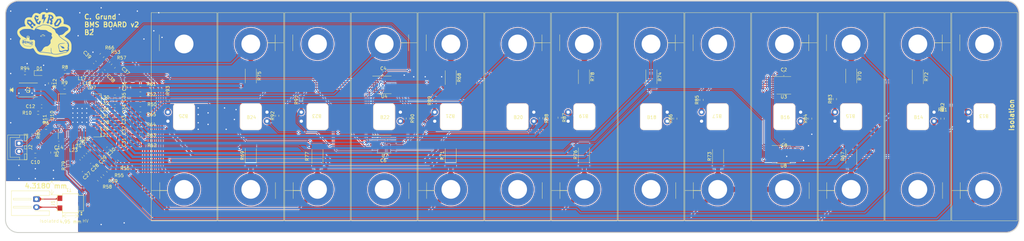
<source format=kicad_pcb>
(kicad_pcb (version 20221018) (generator pcbnew)
  (layers (0 "F.Cu" signal) (31 "B.Cu" signal) (34 "B.Paste" user) (35 "F.Paste" user) (36 "B.SilkS" user "B.Silkscreen") (37 "F.SilkS" user "F.Silkscreen") (38 "B.Mask" user) (39 "F.Mask" user) (44 "Edge.Cuts" user))
  (net 0 "")
  (footprint "Inductor_SMD:L_0603_1608Metric_Pad1.05x0.95mm_HandSolder" (layer "F.Cu") (at 500.97 366.2017 180)
    (fp_text reference "L29")
    (fp_text value "L_Ferrite_Small")
  )
  (footprint "Capacitor_SMD:C_0603_1608Metric_Pad1.08x0.95mm_HandSolder" (layer "F.Cu") (at 505.288 362.573249 90)
    (fp_text reference "C35")
    (fp_text value "15u")
  )
  (footprint "Resistor_SMD:R_2512_6332Metric_Pad1.40x3.35mm_HandSolder" (layer "F.Cu") (at 645.82 356.118 -90)
    (fp_text reference "R78")
    (fp_text value "18")
  )
  (footprint "Connector_JST:JST_XH_S2B-XH-A-1_1x02_P2.50mm_Horizontal" (layer "F.Cu") (at 476.728 393.984 -90)
    (fp_text reference "J1")
    (fp_text value "Conn_01x02")
  )
  (footprint "Resistor_SMD:R_2512_6332Metric_Pad1.40x3.35mm_HandSolder" (layer "F.Cu") (at 604.672 356.372 -90)
    (fp_text reference "R68")
    (fp_text value "18")
  )
  (footprint "Resistor_SMD:R_0603_1608Metric_Pad0.98x0.95mm_HandSolder" (layer "F.Cu") (at 591.464 369.0485 90)
    (fp_text reference "R90")
    (fp_text value "680")
  )
  (footprint "AERO_Footprints:VTC-6" (layer "F.Cu") (at 584.13 368.4625)
    (fp_text reference "B22")
    (fp_text value "VTC6+T")
    (fp_line (start -3.25 3) (end -3.25 -3) (stroke (width 0.1)) (layer "Edge.Cuts"))
    (fp_line (start -2.25 -4) (end 2.25 -4) (stroke (width 0.1)) (layer "Edge.Cuts"))
    (fp_line (start 2.25 4) (end -2.25 4) (stroke (width 0.1)) (layer "Edge.Cuts"))
    (fp_line (start 3.25 -3) (end 3.25 3) (stroke (width 0.1)) (layer "Edge.Cuts"))
    (fp_arc (start -3.25 -3) (mid -2.957107 -3.707107) (end -2.25 -4) (stroke (width 0.1)) (layer "Edge.Cuts"))
    (fp_arc (start -2.25 4) (mid -2.957107 3.707107) (end -3.25 3) (stroke (width 0.1)) (layer "Edge.Cuts"))
    (fp_arc (start 2.25 -4) (mid 2.957107 -3.707107) (end 3.25 -3) (stroke (width 0.1)) (layer "Edge.Cuts"))
    (fp_arc (start 3.25 3) (mid 2.957107 3.707107) (end 2.25 4) (stroke (width 0.1)) (layer "Edge.Cuts"))
  )
  (footprint "Inductor_SMD:L_0603_1608Metric_Pad1.05x0.95mm_HandSolder" (layer "F.Cu") (at 500.970001 372.1389 180)
    (fp_text reference "L26")
    (fp_text value "L_Ferrite_Small")
  )
  (footprint "Inductor_SMD:L_0603_1608Metric_Pad1.05x0.95mm_HandSolder" (layer "F.Cu") (at 500.970001 370.1598 180)
    (fp_text reference "L28")
    (fp_text value "L_Ferrite_Small")
  )
  (footprint "Resistor_SMD:R_0805_2012Metric_Pad1.20x1.40mm_HandSolder" (layer "F.Cu") (at 508.828 358.383149 180)
    (fp_text reference "R61")
    (fp_text value "10")
  )
  (footprint "Inductor_SMD:L_0603_1608Metric_Pad1.05x0.95mm_HandSolder" (layer "F.Cu") (at 500.97 368.1808 180)
    (fp_text reference "L31")
    (fp_text value "L_Ferrite_Small")
  )
  (footprint "Package_SO:TSSOP-16_4.4x5mm_P0.65mm" (layer "F.Cu") (at 584.128815 358.625475)
    (fp_text reference "U4")
    (fp_text value "ADG728")
  )
  (footprint "Resistor_SMD:R_0603_1608Metric_Pad0.98x0.95mm_HandSolder" (layer "F.Cu") (at 599.592 363.531 90)
    (fp_text reference "R89")
    (fp_text value "680")
  )
  (footprint "Resistor_SMD:R_0603_1608Metric_Pad0.98x0.95mm_HandSolder" (layer "F.Cu") (at 638.327 368.771 -90)
    (fp_text reference "R87")
    (fp_text value "680")
  )
  (footprint "Resistor_SMD:R_0603_1608Metric_Pad0.98x0.95mm_HandSolder" (layer "F.Cu") (at 475.894 373.898 -90)
    (fp_text reference "R80")
    (fp_text value "100")
  )
  (footprint "AERO_Footprints:VTC-6" (layer "F.Cu") (at 687.13 368.4625 180)
    (fp_text reference "B17")
    (fp_text value "VTC6+T")
    (fp_line (start -3.25 3) (end -3.25 -3) (stroke (width 0.1)) (layer "Edge.Cuts"))
    (fp_line (start -2.25 -4) (end 2.25 -4) (stroke (width 0.1)) (layer "Edge.Cuts"))
    (fp_line (start 2.25 4) (end -2.25 4) (stroke (width 0.1)) (layer "Edge.Cuts"))
    (fp_line (start 3.25 -3) (end 3.25 3) (stroke (width 0.1)) (layer "Edge.Cuts"))
    (fp_arc (start -3.25 -3) (mid -2.957107 -3.707107) (end -2.25 -4) (stroke (width 0.1)) (layer "Edge.Cuts"))
    (fp_arc (start -2.25 4) (mid -2.957107 3.707107) (end -3.25 3) (stroke (width 0.1)) (layer "Edge.Cuts"))
    (fp_arc (start 2.25 -4) (mid 2.957107 -3.707107) (end 3.25 -3) (stroke (width 0.1)) (layer "Edge.Cuts"))
    (fp_arc (start 3.25 3) (mid 2.957107 3.707107) (end 2.25 4) (stroke (width 0.1)) (layer "Edge.Cuts"))
  )
  (footprint "AERO_Footprints:VTC-6" (layer "F.Cu") (at 666.53 368.4625)
    (fp_text reference "B18")
    (fp_text value "VTC6+T")
    (fp_line (start -3.25 3) (end -3.25 -3) (stroke (width 0.1)) (layer "Edge.Cuts"))
    (fp_line (start -2.25 -4) (end 2.25 -4) (stroke (width 0.1)) (layer "Edge.Cuts"))
    (fp_line (start 2.25 4) (end -2.25 4) (stroke (width 0.1)) (layer "Edge.Cuts"))
    (fp_line (start 3.25 -3) (end 3.25 3) (stroke (width 0.1)) (layer "Edge.Cuts"))
    (fp_arc (start -3.25 -3) (mid -2.957107 -3.707107) (end -2.25 -4) (stroke (width 0.1)) (layer "Edge.Cuts"))
    (fp_arc (start -2.25 4) (mid -2.957107 3.707107) (end -3.25 3) (stroke (width 0.1)) (layer "Edge.Cuts"))
    (fp_arc (start 2.25 -4) (mid 2.957107 -3.707107) (end 3.25 -3) (stroke (width 0.1)) (layer "Edge.Cuts"))
    (fp_arc (start 3.25 3) (mid 2.957107 3.707107) (end 2.25 4) (stroke (width 0.1)) (layer "Edge.Cuts"))
  )
  (footprint "Resistor_SMD:R_0603_1608Metric_Pad0.98x0.95mm_HandSolder" (layer "F.Cu") (at 480.72 369.2225 90)
    (fp_text reference "R11")
    (fp_text value "1k")
  )
  (footprint "AERO_Footprints:VTC-6" (layer "F.Cu") (at 563.53 368.4625 180)
    (fp_text reference "B23")
    (fp_text value "VTC6+T")
    (fp_line (start -3.25 3) (end -3.25 -3) (stroke (width 0.1)) (layer "Edge.Cuts"))
    (fp_line (start -2.25 -4) (end 2.25 -4) (stroke (width 0.1)) (layer "Edge.Cuts"))
    (fp_line (start 2.25 4) (end -2.25 4) (stroke (width 0.1)) (layer "Edge.Cuts"))
    (fp_line (start 3.25 -3) (end 3.25 3) (stroke (width 0.1)) (layer "Edge.Cuts"))
    (fp_arc (start -3.25 -3) (mid -2.957107 -3.707107) (end -2.25 -4) (stroke (width 0.1)) (layer "Edge.Cuts"))
    (fp_arc (start -2.25 4) (mid -2.957107 3.707107) (end -3.25 3) (stroke (width 0.1)) (layer "Edge.Cuts"))
    (fp_arc (start 2.25 -4) (mid 2.957107 -3.707107) (end 3.25 -3) (stroke (width 0.1)) (layer "Edge.Cuts"))
    (fp_arc (start 3.25 3) (mid 2.957107 3.707107) (end 2.25 4) (stroke (width 0.1)) (layer "Edge.Cuts"))
  )
  (footprint "Resistor_SMD:R_0805_2012Metric_Pad1.20x1.40mm_HandSolder" (layer "F.Cu") (at 508.828 361.511434 180)
    (fp_text reference "R52")
    (fp_text value "10")
  )
  (footprint "Resistor_SMD:R_2512_6332Metric_Pad1.40x3.35mm_HandSolder" (layer "F.Cu") (at 728.37 355.862 -90)
    (fp_text reference "R70")
    (fp_text value "18")
  )
  (footprint "Resistor_SMD:R_0603_1608Metric_Pad0.98x0.95mm_HandSolder" (layer "F.Cu") (at 674.014 369.072 90)
    (fp_text reference "R86")
    (fp_text value "680")
  )
  (footprint "Resistor_SMD:R_0805_2012Metric_Pad1.20x1.40mm_HandSolder" (layer "F.Cu") (at 496.2116 387.7664 135)
    (fp_text reference "R58")
    (fp_text value "10")
  )
  (footprint "Resistor_SMD:R_0805_2012Metric_Pad1.20x1.40mm_HandSolder" (layer "F.Cu") (at 499.7 384.278 135)
    (fp_text reference "R55")
    (fp_text value "10")
  )
  (footprint "Resistor_SMD:R_0603_1608Metric_Pad0.98x0.95mm_HandSolder" (layer "F.Cu") (at 756.5875 364.881 180)
    (fp_text reference "R81")
    (fp_text value "680")
  )
  (footprint "Resistor_SMD:R_2512_6332Metric_Pad1.40x3.35mm_HandSolder" (layer "F.Cu") (at 542.95 380.502 90)
    (fp_text reference "R69")
    (fp_text value "18")
  )
  (footprint "Package_SO:TSSOP-16_4.4x5mm_P0.65mm" (layer "F.Cu") (at 707.542 358.7615)
    (fp_text reference "U3")
    (fp_text value "ADG728")
  )
  (footprint "Resistor_SMD:R_0603_1608Metric_Pad0.98x0.95mm_HandSolder" (layer "F.Cu") (at 682.142 363.277 90)
    (fp_text reference "R85")
    (fp_text value "680")
  )
  (footprint "Resistor_SMD:R_0603_1608Metric_Pad0.98x0.95mm_HandSolder" (layer "F.Cu") (at 480.974 358.15 -90)
    (fp_text reference "R12")
    (fp_text value "1M")
  )
  (footprint "Resistor_SMD:R_2512_6332Metric_Pad1.40x3.35mm_HandSolder" (layer "F.Cu") (at 666.648 356.118 -90)
    (fp_text reference "R74")
    (fp_text value "18")
  )
  (footprint "Capacitor_SMD:C_0603_1608Metric_Pad1.08x0.95mm_HandSolder" (layer "F.Cu") (at 483.641 376.58 180)
    (fp_text reference "C14")
    (fp_text value "100nf")
  )
  (footprint "Inductor_SMD:L_0603_1608Metric_Pad1.05x0.95mm_HandSolder" (layer "F.Cu") (at 490.556 381.484 135)
    (fp_text reference "L23")
    (fp_text value "L_Ferrite_Small")
  )
  (footprint "Capacitor_SMD:C_0603_1608Metric_Pad1.08x0.95mm_HandSolder" (layer "F.Cu") (at 491.290225 385.812069 45)
    (fp_text reference "C27")
    (fp_text value "15u")
  )
  (footprint "Capacitor_SMD:C_0603_1608Metric_Pad1.08x0.95mm_HandSolder" (layer "F.Cu") (at 502.747999 355.576 135)
    (fp_text reference "C37")
    (fp_text value "15u")
  )
  (footprint "Capacitor_SMD:C_0603_1608Metric_Pad1.08x0.95mm_HandSolder" (layer "F.Cu") (at 497.46422 354.35622 135)
    (fp_text reference "C38")
    (fp_text value "15u")
  )
  (footprint "Inductor_SMD:L_0603_1608Metric_Pad1.05x0.95mm_HandSolder" (layer "F.Cu") (at 500.97 364.2226 180)
    (fp_text reference "L32")
    (fp_text value "L_Ferrite_Small")
  )
  (footprint "Inductor_SMD:L_0603_1608Metric_Pad1.05x0.95mm_HandSolder" (layer "F.Cu") (at 495.88222 357.43622 -135)
    (fp_text reference "L27")
    (fp_text value "L_Ferrite_Small")
  )
  (footprint "Capacitor_SMD:C_0603_1608Metric_Pad1.08x0.95mm_HandSolder" (layer "F.Cu") (at 505.288 359.118849 90)
    (fp_text reference "C36")
    (fp_text value "15u")
  )
  (footprint "Inductor_SMD:L_0603_1608Metric_Pad1.05x0.95mm_HandSolder" (layer "F.Cu") (at 494.39732 355.951319 -135)
    (fp_text reference "L18")
    (fp_text value "L_Ferrite_Small")
  )
  (footprint "Resistor_SMD:R_0805_2012Metric_Pad1.20x1.40mm_HandSolder" (layer "F.Cu") (at 497.9558 386.0222 135)
    (fp_text reference "R59")
    (fp_text value "10")
  )
  (footprint "Resistor_SMD:R_0805_2012Metric_Pad1.20x1.40mm_HandSolder" (layer "F.Cu") (at 508.828 374.024566 180)
    (fp_text reference "R63")
    (fp_text value "10")
  )
  (footprint "Capacitor_SMD:C_0603_1608Metric_Pad1.08x0.95mm_HandSolder" (layer "F.Cu") (at 707.541999 355.2055 180)
    (fp_text reference "C2")
    (fp_text value "15u")
  )
  (footprint "Capacitor_SMD:C_0603_1608Metric_Pad1.08x0.95mm_HandSolder" (layer "F.Cu") (at 583.774315 355.069474 180)
    (fp_text reference "C4")
    (fp_text value "15u")
  )
  (footprint "Connector_JST:JST_XH_B2B-XH-A_1x02_P2.50mm_Vertical" (layer "F.Cu") (at 471.339 376.712 -90)
    (fp_text reference "J2")
    (fp_text value "Conn_01x02")
  )
  (footprint "Inductor_SMD:L_0603_1608Metric_Pad1.05x0.95mm_HandSolder" (layer "F.Cu") (at 492.912421 354.46642 -135)
    (fp_text reference "L17")
    (fp_text value "L_Ferrite_Small")
  )
  (footprint "Capacitor_SMD:C_0603_1608Metric_Pad1.08x0.95mm_HandSolder" (layer "F.Cu") (at 505.288 376.390849 90)
    (fp_text reference "C31")
    (fp_text value "15u")
  )
  (footprint "Resistor_SMD:R_0603_1608Metric_Pad0.98x0.95mm_HandSolder" (layer "F.Cu") (at 517.296 363.531 90)
    (fp_text reference "R93")
    (fp_text value "680")
  )
  (footprint "Resistor_SMD:R_0603_1608Metric_Pad0.98x0.95mm_HandSolder" (layer "F.Cu") (at 481.666 379.5555 -90)
    (fp_text reference "R54")
    (fp_text value "100")
  )
  (footprint "Resistor_SMD:R_0603_1608Metric_Pad0.98x0.95mm_HandSolder" (layer "F.Cu") (at 485.5225 354.594)
    (fp_text reference "R8")
    (fp_text value "20k")
  )
  (footprint "Inductor_SMD:L_0603_1608Metric_Pad1.05x0.95mm_HandSolder" (layer "F.Cu") (at 493.096 378.944 135)
    (fp_text reference "L25")
    (fp_text value "L_Ferrite_Small")
  )
  (footprint "Capacitor_SMD:C_0603_1608Metric_Pad1.08x0.95mm_HandSolder" (layer "F.Cu") (at 494.77212 351.66412 135)
    (fp_text reference "C39")
    (fp_text value "15u")
  )
  (footprint "Resistor_SMD:R_0805_2012Metric_Pad1.20x1.40mm_HandSolder" (layer "F.Cu") (at 508.828 370.896283 180)
    (fp_text reference "R64")
    (fp_text value "10")
  )
  (footprint "Resistor_SMD:R_0603_1608Metric_Pad0.98x0.95mm_HandSolder" (layer "F.Cu") (at 477.2675 367.294)
    (fp_text reference "R10")
    (fp_text value "1k")
  )
  (footprint "Resistor_SMD:R_2512_6332Metric_Pad1.40x3.35mm_HandSolder" (layer "F.Cu") (at 563.524 380.756 90)
    (fp_text reference "R77")
    (fp_text value "18")
  )
  (footprint "AERO_Footprints:VTC-6" (layer "F.Cu") (at 542.93 368.4625)
    (fp_text reference "B24")
    (fp_text value "VTC6+T")
    (fp_line (start -3.25 3) (end -3.25 -3) (stroke (width 0.1)) (layer "Edge.Cuts"))
    (fp_line (start -2.25 -4) (end 2.25 -4) (stroke (width 0.1)) (layer "Edge.Cuts"))
    (fp_line (start 2.25 4) (end -2.25 4) (stroke (width 0.1)) (layer "Edge.Cuts"))
    (fp_line (start 3.25 -3) (end 3.25 3) (stroke (width 0.1)) (layer "Edge.Cuts"))
    (fp_arc (start -3.25 -3) (mid -2.957107 -3.707107) (end -2.25 -4) (stroke (width 0.1)) (layer "Edge.Cuts"))
    (fp_arc (start -2.25 4) (mid -2.957107 3.707107) (end -3.25 3) (stroke (width 0.1)) (layer "Edge.Cuts"))
    (fp_arc (start 2.25 -4) (mid 2.957107 -3.707107) (end 3.25 -3) (stroke (width 0.1)) (layer "Edge.Cuts"))
    (fp_arc (start 3.25 3) (mid 2.957107 3.707107) (end 2.25 4) (stroke (width 0.1)) (layer "Edge.Cuts"))
  )
  (footprint "Resistor_SMD:R_0805_2012Metric_Pad1.20x1.40mm_HandSolder" (layer "F.Cu") (at 508.828 364.639717 180)
    (fp_text reference "R60")
    (fp_text value "10")
  )
  (footprint "Resistor_SMD:R_0603_1608Metric_Pad0.98x0.95mm_HandSolder" (layer "F.Cu") (at 558.444 363.277 90)
    (fp_text reference "R91")
    (fp_text value "680")
  )
  (footprint "Resistor_SMD:R_2512_6332Metric_Pad1.40x3.35mm_HandSolder" (layer "F.Cu") (at 687.222 380.758 90)
    (fp_text reference "R73")
    (fp_text value "18")
  )
  (footprint "Package_SO:TSSOP-16_4.4x5mm_P0.65mm" (layer "F.Cu") (at 707.4735 380.1335)
    (fp_text reference "U8")
    (fp_text value "ADG728")
  )
  (footprint "Capacitor_SMD:C_0603_1608Metric_Pad1.08x0.95mm_HandSolder" (layer "F.Cu") (at 493.813478 383.288816 45)
    (fp_text reference "C28")
    (fp_text value "15u")
  )
  (footprint "Resistor_SMD:R_0603_1608Metric_Pad0.98x0.95mm_HandSolder" (layer "F.Cu") (at 473.2035 354.975)
    (fp_text reference "R94")
    (fp_text value "R_US")
  )
  (footprint "Resistor_SMD:R_0805_2012Metric_Pad1.20x1.40mm_HandSolder" (layer "F.Cu") (at 500.45642 352.81822 -135)
    (fp_text reference "R57")
    (fp_text value "10")
  )
  (footprint "Resistor_SMD:R_2512_6332Metric_Pad1.40x3.35mm_HandSolder" (layer "F.Cu") (at 604.672 380.502 90)
    (fp_text reference "R71")
    (fp_text value "18")
  )
  (footprint "AERO_Footprints:VTC-6" (layer "F.Cu") (at 728.33 368.4625 180)
    (fp_text reference "B15")
    (fp_text value "VTC6+T")
    (fp_line (start -3.25 3) (end -3.25 -3) (stroke (width 0.1)) (layer "Edge.Cuts"))
    (fp_line (start -2.25 -4) (end 2.25 -4) (stroke (width 0.1)) (layer "Edge.Cuts"))
    (fp_line (start 2.25 4) (end -2.25 4) (stroke (width 0.1)) (layer "Edge.Cuts"))
    (fp_line (start 3.25 -3) (end 3.25 3) (stroke (width 0.1)) (layer "Edge.Cuts"))
    (fp_arc (start -3.25 -3) (mid -2.957107 -3.707107) (end -2.25 -4) (stroke (width 0.1)) (layer "Edge.Cuts"))
    (fp_arc (start -2.25 4) (mid -2.957107 3.707107) (end -3.25 3) (stroke (width 0.1)) (layer "Edge.Cuts"))
    (fp_arc (start 2.25 -4) (mid 2.957107 -3.707107) (end 3.25 -3) (stroke (width 0.1)) (layer "Edge.Cuts"))
    (fp_arc (start 3.25 3) (mid 2.957107 3.707107) (end 2.25 4) (stroke (width 0.1)) (layer "Edge.Cuts"))
  )
  (footprint "Resistor_SMD:R_0805_2012Metric_Pad1.20x1.40mm_HandSolder" (layer "F.Cu") (at 496.95622 349.530221 -135)
    (fp_text reference "R66")
    (fp_text value "10")
  )
  (footprint "Resistor_SMD:R_0603_1608Metric_Pad0.98x0.95mm_HandSolder" (layer "F.Cu") (at 632.612 368.9215 90)
    (fp_text reference "R88")
    (fp_text value "680")
  )
  (footprint "LED_SMD:LED_0603_1608Metric_Pad1.05x0.95mm_HandSolder" (layer "F.Cu") (at 477.686001 354.975)
    (fp_text reference "D1")
    (fp_text value "LED")
  )
  (footprint "Inductor_SMD:L_0603_1608Metric_Pad1.05x0.95mm_HandSolder" (layer "F.Cu") (at 500.970001 374.118 180)
    (fp_text reference "L21")
    (fp_text value "L_Ferrite_Small")
  )
  (footprint "Resistor_SMD:R_0805_2012Metric_Pad1.20x1.40mm_HandSolder" (layer "F.Cu") (at 501.4442 382.5338 135)
    (fp_text reference "R56")
    (fp_text value "10")
  )
  (footprint "Resistor_SMD:R_2512_6332Metric_Pad1.40x3.35mm_HandSolder" (layer "F.Cu") (at 645.822 380.248 90)
    (fp_text reference "R76")
    (fp_text value "18")
  )
  (footprint "Resistor_SMD:R_0603_1608Metric_Pad0.98x0.95mm_HandSolder" (layer "F.Cu") (at 486.562 383.6535 90)
    (fp_text reference "R79")
    (fp_text value "21")
  )
  (footprint "Capacitor_SMD:C_0603_1608Metric_Pad1.08x0.95mm_HandSolder" (layer "F.Cu") (at 505.288 369.482049 90)
    (fp_text reference "C33")
    (fp_text value "15u")
  )
  (footprint "AERO_Footprints:LTC6812" (layer "F.Cu") (at 490.118 368.056 90)
    (fp_text reference "U10")
    (fp_text value "LTC6812-1")
  )
  (footprint "Resistor_SMD:R_0805_2012Metric_Pad1.20x1.40mm_HandSolder" (layer "F.Cu") (at 508.828 367.768 180)
    (fp_text reference "R65")
    (fp_text value "10")
  )
  (footprint "Capacitor_SMD:C_0603_1608Metric_Pad1.08x0.95mm_HandSolder" (layer "F.Cu") (at 707.6425 375.93 180)
    (fp_text reference "C8")
    (fp_text value "15u")
  )
  (footprint "AERO_Footprints:SOIC4_CBM4D19_SUM" (layer "F.Cu") (at 486.054 395.488 180)
    (fp_text reference "T1")
    (fp_text value "ESMIT-4180_C")
  )
  (footprint "Capacitor_SMD:C_0603_1608Metric_Pad1.08x0.95mm_HandSolder" (layer "F.Cu") (at 496.336731 380.765563 45)
    (fp_text reference "C29")
    (fp_text value "15u")
  )
  (footprint "Capacitor_SMD:C_0603_1608Metric_Pad1.08x0.95mm_HandSolder" (layer "F.Cu") (at 505.288 366.027649 90)
    (fp_text reference "C34")
    (fp_text value "15u")
  )
  (footprint "Resistor_SMD:R_0603_1608Metric_Pad0.98x0.95mm_HandSolder" (layer "F.Cu") (at 756.564 369.072 90)
    (fp_text reference "R82")
    (fp_text value "680")
  )
  (footprint "Resistor_SMD:R_0603_1608Metric_Pad0.98x0.95mm_HandSolder" (layer "F.Cu") (at 485.3955 359.42)
    (fp_text reference "R9")
    (fp_text value "20k")
  )
  (footprint "Inductor_SMD:L_0603_1608Metric_Pad1.05x0.95mm_HandSolder" (layer "F.Cu") (at 494.366 377.674 135)
    (fp_text reference "L20")
    (fp_text value "L_Ferrite_Small")
  )
  (footprint "Resistor_SMD:R_0603_1608Metric_Pad0.98x0.95mm_HandSolder" (layer "F.Cu") (at 551.078 368.183 90)
    (fp_text reference "R92")
    (fp_text value "680")
  )
  (footprint "Resistor_SMD:R_0603_1608Metric_Pad0.98x0.95mm_HandSolder" (layer "F.Cu") (at 479.704 371.866)
    (fp_text reference "R6")
    (fp_text value "1k")
  )
  (footprint "Package_SO:TSSOP-16_4.4x5mm_P0.65mm" (layer "F.Cu") (at 584.098 376.946)
    (fp_text reference "U7")
    (fp_text value "ADG728")
  )
  (footprint "LOGO" (layer "F.Cu") (at 479.2722 344.053)
    (fp_text reference "G***" hide)
    (fp_text value "LOGO" hide)
  )
  (footprint "AERO_Footprints:DXT5551P5-13_DIO" (layer "F.Cu") (at 474.2339 360.182 90)
    (fp_text reference "Q2")
    (fp_text value "Q_NPN_BCE")
  )
  (footprint "Capacitor_SMD:C_0603_1608Metric_Pad1.08x0.95mm_HandSolder" (layer "F.Cu") (at 505.288 372.936449 -90)
    (fp_text reference "C32")
    (fp_text value "15u")
  )
  (footprint "AERO_Footprints:VTC-6" (layer "F.Cu") (at 645.93 368.4625 180)
    (fp_text reference "B19")
    (fp_text value "VTC6+T")
    (fp_line (start -3.25 3) (end -3.25 -3) (stroke (width 0.1)) (layer "Edge.Cuts"))
    (fp_line (start -2.25 -4) (end 2.25 -4) (stroke (width 0.1)) (layer "Edge.Cuts"))
    (fp_line (start 2.25 4) (end -2.25 4) (stroke (width 0.1)) (layer "Edge.Cuts"))
    (fp_line (start 3.25 -3) (end 3.25 3) (stroke (width 0.1)) (layer "Edge.Cuts"))
    (fp_arc (start -3.25 -3) (mid -2.957107 -3.707107) (end -2.25 -4) (stroke (width 0.1)) (layer "Edge.Cuts"))
    (fp_arc (start -2.25 4) (mid -2.957107 3.707107) (end -3.25 3) (stroke (width 0.1)) (layer "Edge.Cuts"))
    (fp_arc (start 2.25 -4) (mid 2.957107 -3.707107) (end 3.25 -3) (stroke (width 0.1)) (layer "Edge.Cuts"))
    (fp_arc (start 3.25 3) (mid 2.957107 3.707107) (end 2.25 4) (stroke (width 0.1)) (layer "Edge.Cuts"))
  )
  (footprint "Inductor_SMD:L_0603_1608Metric_Pad1.05x0.95mm_HandSolder" (layer "F.Cu") (at 491.826001 380.213999 135)
    (fp_text reference "L24")
    (fp_text value "L_Ferrite_Small")
  )
  (footprint "Resistor_SMD:R_2512_6332Metric_Pad1.40x3.35mm_HandSolder" (layer "F.Cu") (at 748.944 356.116 -90)
    (fp_text reference "R72")
    (fp_text value "18")
  )
  (footprint "Resistor_SMD:R_2512_6332Metric_Pad1.40x3.35mm_HandSolder" (layer "F.Cu") (at 728.37 380.756 90)
    (fp_text reference "R67")
    (fp_text value "18")
  )
  (footprint "AERO_Footprints:VTC-6" (layer "F.Cu") (at 625.33 368.4625)
    (fp_text reference "B20")
    (fp_text value "VTC6+T")
    (fp_line (start -3.25 3) (end -3.25 -3) (stroke (width 0.1)) (layer "Edge.Cuts"))
    (fp_line (start -2.25 -4) (end 2.25 -4) (stroke (width 0.1)) (layer "Edge.Cuts"))
    (fp_line (start 2.25 4) (end -2.25 4) (stroke (width 0.1)) (layer "Edge.Cuts"))
    (fp_line (start 3.25 -3) (end 3.25 3) (stroke (width 0.1)) (layer "Edge.Cuts"))
    (fp_arc (start -3.25 -3) (mid -2.957107 -3.707107) (end -2.25 -4) (stroke (width 0.1)) (layer "Edge.Cuts"))
    (fp_arc (start -2.25 4) (mid -2.957107 3.707107) (end -3.25 3) (stroke (width 0.1)) (layer "Edge.Cuts"))
    (fp_arc (start 2.25 -4) (mid 2.957107 -3.707107) (end 3.25 -3) (stroke (width 0.1)) (layer "Edge.Cuts"))
    (fp_arc (start 3.25 3) (mid 2.957107 3.707107) (end 2.25 4) (stroke (width 0.1)) (layer "Edge.Cuts"))
  )
  (footprint "Capacitor_SMD:C_0805_2012Metric_Pad1.18x1.45mm_HandSolder" (layer "F.Cu") (at 476.3805 380.502)
    (fp_text reference "C10")
    (fp_text value "10nF")
  )
  (footprint "Capacitor_SMD:C_0603_1608Metric_Pad1.08x0.95mm_HandSolder" (layer "F.Cu") (at 583.8705 380.756)
    (fp_text reference "C6")
    (fp_text value "15u")
  )
  (footprint "AERO_Footprints:VTC-6" (layer "F.Cu") (at 604.73 368.4625 180)
    (fp_text reference "B21")
    (fp_text value "VTC6+T")
    (fp_line (start -3.25 3) (end -3.25 -3) (stroke (width 0.1)) (layer "Edge.Cuts"))
    (fp_line (start -2.25 -4) (end 2.25 -4) (stroke (width 0.1)) (layer "Edge.Cuts"))
    (fp_line (start 2.25 4) (end -2.25 4) (stroke (width 0.1)) (layer "Edge.Cuts"))
    (fp_line (start 3.25 -3) (end 3.25 3) (stroke (width 0.1)) (layer "Edge.Cuts"))
    (fp_arc (start -3.25 -3) (mid -2.957107 -3.707107) (end -2.25 -4) (stroke (width 0.1)) (layer "Edge.Cuts"))
    (fp_arc (start -2.25 4) (mid -2.957107 3.707107) (end -3.25 3) (stroke (width 0.1)) (layer "Edge.Cuts"))
    (fp_arc (start 2.25 -4) (mid 2.957107 -3.707107) (end 3.25 -3) (stroke (width 0.1)) (layer "Edge.Cuts"))
    (fp_arc (start 3.25 3) (mid 2.957107 3.707107) (end 2.25 4) (stroke (width 0.1)) (layer "Edge.Cuts"))
  )
  (footprint "Resistor_SMD:R_0805_2012Metric_Pad1.20x1.40mm_HandSolder" (layer "F.Cu") (at 508.828 377.152849 180)
    (fp_text reference "R62")
    (fp_text value "10")
  )
  (footprint "AERO_Footprints:VTC-6" (layer "F.Cu") (at 522.33 368.4625 180)
    (fp_text reference "B25")
    (fp_text value "VTC6+T")
    (fp_line (start -3.25 3) (end -3.25 -3) (stroke (width 0.1)) (layer "Edge.Cuts"))
    (fp_line (start -2.25 -4) (end 2.25 -4) (stroke (width 0.1)) (layer "Edge.Cuts"))
    (fp_line (start 2.25 4) (end -2.25 4) (stroke (width 0.1)) (layer "Edge.Cuts"))
    (fp_line (start 3.25 -3) (end 3.25 3) (stroke (width 0.1)) (layer "Edge.Cuts"))
    (fp_arc (start -3.25 -3) (mid -2.957107 -3.707107) (end -2.25 -4) (stroke (width 0.1)) (layer "Edge.Cuts"))
    (fp_arc (start -2.25 4) (mid -2.957107 3.707107) (end -3.25 3) (stroke (width 0.1)) (layer "Edge.Cuts"))
    (fp_arc (start 2.25 -4) (mid 2.957107 -3.707107) (end 3.25 -3) (stroke (width 0.1)) (layer "Edge.Cuts"))
    (fp_arc (start 3.25 3) (mid 2.957107 3.707107) (end 2.25 4) (stroke (width 0.1)) (layer "Edge.Cuts"))
  )
  (footprint "AERO_Footprints:VTC-6" (layer "F.Cu") (at 748.93 368.4625)
    (fp_text reference "B14")
    (fp_text value "VTC6+T")
    (fp_line (start -3.25 3) (end -3.25 -3) (stroke (width 0.1)) (layer "Edge.Cuts"))
    (fp_line (start -2.25 -4) (end 2.25 -4) (stroke (width 0.1)) (layer "Edge.Cuts"))
    (fp_line (start 2.25 4) (end -2.25 4) (stroke (width 0.1)) (layer "Edge.Cuts"))
    (fp_line (start 3.25 -3) (end 3.25 3) (stroke (width 0.1)) (layer "Edge.Cuts"))
    (fp_arc (start -3.25 -3) (mid -2.957107 -3.707107) (end -2.25 -4) (stroke (width 0.1)) (layer "Edge.Cuts"))
    (fp_arc (start -2.25 4) (mid -2.957107 3.707107) (end -3.25 3) (stroke (width 0.1)) (layer "Edge.Cuts"))
    (fp_arc (start 2.25 -4) (mid 2.957107 -3.707107) (end 3.25 -3) (stroke (width 0.1)) (layer "Edge.Cuts"))
    (fp_arc (start 3.25 3) (mid 2.957107 3.707107) (end 2.25 4) (stroke (width 0.1)) (layer "Edge.Cuts"))
  )
  (footprint "Resistor_SMD:R_0603_1608Metric_Pad0.98x0.95mm_HandSolder" (layer "F.Cu") (at 723.29 363.023 90)
    (fp_text reference "R83")
    (fp_text value "680")
  )
  (footprint "Resistor_SMD:R_0603_1608Metric_Pad0.98x0.95mm_HandSolder" (layer "F.Cu") (at 715.67 369.072 90)
    (fp_text reference "R84")
    (fp_text value "680")
  )
  (footprint "Capacitor_SMD:C_0603_1608Metric_Pad1.08x0.95mm_HandSolder" (layer "F.Cu") (at 478.3335 365.262)
    (fp_text reference "C12")
    (fp_text value "1uf")
  )
  (footprint "AERO_Footprints:VTC-6" (layer "F.Cu") (at 707.73 368.4625)
    (fp_text reference "B16")
    (fp_text value "VTC6+T")
    (fp_line (start -3.25 3) (end -3.25 -3) (stroke (width 0.1)) (layer "Edge.Cuts"))
    (fp_line (start -2.25 -4) (end 2.25 -4) (stroke (width 0.1)) (layer "Edge.Cuts"))
    (fp_line (start 2.25 4) (end -2.25 4) (stroke (width 0.1)) (layer "Edge.Cuts"))
    (fp_line (start 3.25 -3) (end 3.25 3) (stroke (width 0.1)) (layer "Edge.Cuts"))
    (fp_arc (start -3.25 -3) (mid -2.957107 -3.707107) (end -2.25 -4) (stroke (width 0.1)) (layer "Edge.Cuts"))
    (fp_arc (start -2.25 4) (mid -2.957107 3.707107) (end -3.25 3) (stroke (width 0.1)) (layer "Edge.Cuts"))
    (fp_arc (start 2.25 -4) (mid 2.957107 -3.707107) (end 3.25 -3) (stroke (width 0.1)) (layer "Edge.Cuts"))
    (fp_arc (start 3.25 3) (mid 2.957107 3.707107) (end 2.25 4) (stroke (width 0.1)) (layer "Edge.Cuts"))
  )
  (footprint "AERO_Footprints:VTC-6" (layer "F.Cu") (at 769.53 368.4625 180)
    (fp_text reference "B13")
    (fp_text value "VTC6+T")
    (fp_line (start -3.25 3) (end -3.25 -3) (stroke (width 0.1)) (layer "Edge.Cuts"))
    (fp_line (start -2.25 -4) (end 2.25 -4) (stroke (width 0.1)) (layer "Edge.Cuts"))
    (fp_line (start 2.25 4) (end -2.25 4) (stroke (width 0.1)) (layer "Edge.Cuts"))
    (fp_line (start 3.25 -3) (end 3.25 3) (stroke (width 0.1)) (layer "Edge.Cuts"))
    (fp_arc (start -3.25 -3) (mid -2.957107 -3.707107) (end -2.25 -4) (stroke (width 0.1)) (layer "Edge.Cuts"))
    (fp_arc (start -2.25 4) (mid -2.957107 3.707107) (end -3.25 3) (stroke (width 0.1)) (layer "Edge.Cuts"))
    (fp_arc (start 2.25 -4) (mid 2.957107 -3.707107) (end 3.25 -3) (stroke (width 0.1)) (layer "Edge.Cuts"))
    (fp_arc (start 3.25 3) (mid 2.957107 3.707107) (end 2.25 4) (stroke (width 0.1)) (layer "Edge.Cuts"))
  )
  (footprint "Resistor_SMD:R_2512_6332Metric_Pad1.40x3.35mm_HandSolder" (layer "F.Cu") (at 542.95 355.864 -90)
    (fp_text reference "R75")
    (fp_text value "18")
  )
  (footprint "Inductor_SMD:L_0603_1608Metric_Pad1.05x0.95mm_HandSolder" (layer "F.Cu") (at 500.97 362.2435 180)
    (fp_text reference "L30")
    (fp_text value "L_Ferrite_Small")
  )
  (footprint "Capacitor_SMD:C_0603_1608Metric_Pad1.08x0.95mm_HandSolder" (layer "F.Cu") (at 498.859985 378.242309 45)
    (fp_text reference "C30")
    (fp_text value "15u")
  )
  (footprint "Resistor_SMD:R_0805_2012Metric_Pad1.20x1.40mm_HandSolder" (layer "F.Cu") (at 498.79472 351.08582 -135)
    (fp_text reference "R53")
    (fp_text value "10")
  )
  (gr_line (start 776.186 404.3165) (end 471.174 404.3165) (stroke (width 0.3)) (layer "Edge.Cuts"))
  (gr_arc (start 471.174 404.3165) (mid 468.345573 403.144927) (end 467.174 400.3165) (stroke (width 0.3)) (layer "Edge.Cuts"))
  (gr_arc (start 467.174 336.6045) (mid 468.345573 333.776073) (end 471.174 332.6045) (stroke (width 0.3)) (layer "Edge.Cuts"))
  (gr_arc (start 776.186 332.6045) (mid 779.014427 333.776073) (end 780.186 336.6045) (stroke (width 0.3)) (layer "Edge.Cuts"))
  (gr_line (start 471.174 332.6045) (end 776.186 332.6045) (stroke (width 0.3)) (layer "Edge.Cuts"))
  (gr_line (start 780.186 336.6045) (end 780.186 400.3165) (stroke (width 0.3)) (layer "Edge.Cuts"))
  (gr_line (start 467.174 400.3165) (end 467.174 336.6045) (stroke (width 0.3)) (layer "Edge.Cuts"))
  (gr_arc (start 780.186 400.3165) (mid 779.014427 403.144927) (end 776.186 404.3165) (stroke (width 0.3)) (layer "Edge.Cuts"))
  (gr_text "Isolation" (at 777.9 367.9525 90) (layer "F.SilkS") (effects (font (size 1.5 1.5) (thickness 0.3))))
  (gr_text "C. Grund\nBMS BOARD v2\nB2" (at 491.336 343.28) (layer "F.SilkS") (effects (font (size 1.5 1.5) (thickness 0.3) bold) (justify left bottom)))
  (dimension (type aligned) (layer "F.SilkS") (pts (xy 484.53 392.694) (xy 484.53 388.376)) (height -3.066594) (gr_text "4.3180 mm" (at 479.663406 389.9) (layer "F.SilkS") (effects (font (size 1.5 1.5) (thickness 0.3)))) (format (prefix "") (suffix "") (units 3) (units_format 1) (precision 4)) (style (thickness 0.1) (arrow_length 1.27) (text_position_mode 2) (extension_height 0.58642) (extension_offset 0.5)))
  (segment (start 488.868 374.64062) (end 488.868 373.131) (width 0.25) (layer "F.Cu") (net 0))
  (segment (start 509.828 364.639717) (end 511.720717 364.639717) (width 0.5) (layer "F.Cu") (net 0))
  (segment (start 499.149304 367.806) (end 499.915304 367.04) (width 0.25) (layer "F.Cu") (net 0))
  (segment (start 507.263 385.328) (end 501.889162 379.954162) (width 0.75) (layer "F.Cu") (net 0))
  (segment (start 734.974 361.706) (end 732.18 358.912) (width 0.75) (layer "F.Cu") (net 0))
  (segment (start 687.222 383.808) (end 687.222 390.8705) (width 1) (layer "F.Cu") (net 0))
  (segment (start 498.754 365.262) (end 498.21 365.806) (width 0.25) (layer "F.Cu") (net 0))
  (segment (start 602.13 359.422) (end 601.878 359.674) (width 0.75) (layer "F.Cu") (net 0))
  (segment (start 674.014 369.9845) (end 671.652 369.9845) (width 0.25) (layer "F.Cu") (net 0))
  (segment (start 561.238 376.1445) (end 541.6405 376.1445) (width 0.25) (layer "F.Cu") (net 0))
  (segment (start 495.193 362.727) (end 495.6765 362.2435) (width 0.25) (layer "F.Cu") (net 0))
  (segment (start 590.448 376.184) (end 591.464 375.168) (width 0.25) (layer "F.Cu") (net 0))
  (segment (start 591.464 368.136) (end 591.464 365.643) (width 0.25) (layer "F.Cu") (net 0))
  (segment (start 488.036 364.43) (end 487.48238 364.43) (width 0.25) (layer "F.Cu") (net 0))
  (segment (start 500.095001 372.1389) (end 499.0269 372.1389) (width 0.25) (layer "F.Cu") (net 0))
  (segment (start 492.444719 380.832717) (end 493.130002 381.518) (width 0.5) (layer "F.Cu") (net 0))
  (segment (start 483.736 374.93) (end 483.736 374.908997) (width 0.75) (layer "F.Cu") (net 0))
  (segment (start 583.59 376.954) (end 581.973 378.571) (width 0.25) (layer "F.Cu") (net 0))
  (segment (start 478.561 377.2) (end 478.561 378.0345) (width 0.5) (layer "F.Cu") (net 0))
  (segment (start 493.166 381.518) (end 493.203598 381.555598) (width 0.5) (layer "F.Cu") (net 0))
  (segment (start 703.420896 379.8085) (end 694.276 370.663604) (width 0.25) (layer "F.Cu") (net 0))
  (segment (start 496.918707 388.473507) (end 510.4102 401.965) (width 0.5) (layer "F.Cu") (net 0))
  (segment (start 522.33 390.9625) (end 515.518 384.1505) (width 0.5) (layer "F.Cu") (net 0))
  (segment (start 755.675 363.208826) (end 750.235174 357.769) (width 0.25) (layer "F.Cu") (net 0))
  (segment (start 642.393 377.198) (end 645.822 377.198) (width 0.25) (layer "F.Cu") (net 0))
  (segment (start 500.095001 374.118) (end 499.624 374.118) (width 0.25) (layer "F.Cu") (net 0))
  (segment (start 682.142 362.3645) (end 685.42 359.0865) (width 0.25) (layer "F.Cu") (net 0))
  (segment (start 591.464 369.961) (end 589.516 369.961) (width 0.25) (layer "F.Cu") (net 0))
  (segment (start 493.0685 375.1975) (end 492.92488 375.1975) (width 0.25) (layer "F.Cu") (net 0))
  (segment (start 488.086 354.594) (end 486.435 354.594) (width 0.25) (layer "F.Cu") (net 0))
  (segment (start 475.343 380.502) (end 472.629 380.502) (width 0.25) (layer "F.Cu") (net 0))
  (segment (start 504.342 378.47) (end 505.288 377.524) (width 0.5) (layer "F.Cu") (net 0))
  (segment (start 494.423358 382.678936) (end 495.726851 381.375443) (width 0.5) (layer "F.Cu") (net 0))
  (segment (start 481.812503 372.9855) (end 476.5055 372.9855) (width 0.75) (layer "F.Cu") (net 0))
  (segment (start 694.276 366.22) (end 691.433 363.377) (width 0.25) (layer "F.Cu") (net 0))
  (segment (start 504.235651 358.256349) (end 505.288 358.256349) (width 0.5) (layer "F.Cu") (net 0))
  (segment (start 557.6075 396.885) (end 563.53 390.9625) (width 0.5) (layer "F.Cu") (net 0))
  (segment (start 509.828 396.402) (end 509.828 377.152849) (width 0.5) (layer "F.Cu") (net 0))
  (segment (start 484.61 354.594) (end 484.61 359.293) (width 0.25) (layer "F.Cu") (net 0))
  (segment (start 579.975805 376.621) (end 579.788506 376.433701) (width 0.25) (layer "F.Cu") (net 0))
  (segment (start 709.262 377.512) (end 715.977 370.797) (width 0.25) (layer "F.Cu") (net 0))
  (segment (start 703.942 359.7365) (end 704.6795 359.7365) (width 0.25) (layer "F.Cu") (net 0))
  (segment (start 491.900105 385.202189) (end 493.203598 383.898696) (width 0.5) (layer "F.Cu") (net 0))
  (segment (start 509.828 358.383149) (end 511.179149 358.383149) (width 0.5) (layer "F.Cu") (net 0))
  (segment (start 500.278 378.440564) (end 500.278 378.47) (width 0.5) (layer "F.Cu") (net 0))
  (segment (start 487.836 375.33) (end 487.836 375.672) (width 0.5) (layer "F.Cu") (net 0))
  (segment (start 487.368 361.408) (end 488.086 360.69) (width 0.25) (layer "F.Cu") (net 0))
  (segment (start 490.626 375.422) (end 490.868 375.18) (width 0.25) (layer "F.Cu") (net 0))
  (segment (start 492.868 362.981) (end 492.868 359.21) (width 0.25) (layer "F.Cu") (net 0))
  (segment (start 484.483 359.42) (end 484.483 362.167) (width 0.25) (layer "F.Cu") (net 0))
  (segment (start 542.93 390.9625) (end 542.93 383.572) (width 1) (layer "F.Cu") (net 0))
  (segment (start 493.368 359.95044) (end 493.368 362.981) (width 0.25) (layer "F.Cu") (net 0))
  (segment (start 511.2762 361.4774) (end 509.862034 361.4774) (width 0.5) (layer "F.Cu") (net 0))
  (segment (start 486.368 374.898) (end 486.368 373.131) (width 0.25) (layer "F.Cu") (net 0))
  (segment (start 500.151 387.995) (end 499.9286 387.995) (width 0.5) (layer "F.Cu") (net 0))
  (segment (start 547.93 369.8625) (end 550.311 369.8625) (width 0.25) (layer "F.Cu") (net 0))
  (segment (start 478.561 356.88) (end 484.657 356.88) (width 0.75) (layer "F.Cu") (net 0))
  (segment (start 734.974 378.978) (end 734.974 361.706) (width 0.75) (layer "F.Cu") (net 0))
  (segment (start 584.86 358.277) (end 584.098 357.515) (width 0.25) (layer "F.Cu") (net 0))
  (segment (start 499.9286 387.995) (end 498.662907 386.729307) (width 0.5) (layer "F.Cu") (net 0))
  (segment (start 494.182 348.498) (end 496.998491 348.498) (width 0.75) (layer "F.Cu") (net 0))
  (segment (start 490.081 356.589) (end 490.081 361.030305) (width 0.25) (layer "F.Cu") (net 0))
  (segment (start 503.7048 368.1808) (end 501.845 368.1808) (width 0.5) (layer "F.Cu") (net 0))
  (segment (start 602.386 379.994) (end 684.936 379.994) (width 0.75) (layer "F.Cu") (net 0))
  (segment (start 504.242949 373.798949) (end 505.288 373.798949) (width 0.5) (layer "F.Cu") (net 0))
  (segment (start 558.53 367.0625) (end 558.53 364.2755) (width 0.25) (layer "F.Cu") (net 0))
  (segment (start 501.845 366.2017) (end 503.5293 366.2017) (width 0.5) (layer "F.Cu") (net 0))
  (segment (start 564.802272 382.026) (end 566.834272 384.058) (width 0.75) (layer "F.Cu") (net 0))
  (segment (start 515.518 360.182) (end 505.714713 350.378713) (width 0.5) (layer "F.Cu") (net 0))
  (segment (start 596.29 370.85) (end 596.29 371.367305) (width 0.25) (layer "F.Cu") (net 0))
  (segment (start 499.915304 367.04) (end 503.961 367.04) (width 0.25) (layer "F.Cu") (net 0))
  (segment (start 484.865 378.643) (end 481.666 378.643) (width 0.5) (layer "F.Cu") (net 0))
  (segment (start 493.870902 384.566) (end 496.4996 384.566) (width 0.5) (layer "F.Cu") (net 0))
  (segment (start 499.9698 368.306) (end 495.193 368.306) (width 0.25) (layer "F.Cu") (net 0))
  (segment (start 496.53854 353.342) (end 496.45 353.342) (width 0.5) (layer "F.Cu") (net 0))
  (segment (start 498.5234 364.2226) (end 497.44 365.306) (width 0.25) (layer "F.Cu") (net 0))
  (segment (start 505.288 372.073949) (end 505.288 370.85) (width 0.5) (layer "F.Cu") (net 0))
  (segment (start 489.868 380.796) (end 489.868 373.131) (width 0.25) (layer "F.Cu") (net 0))
  (segment (start 505.288 365.165149) (end 505.288 364.754) (width 0.5) (layer "F.Cu") (net 0))
  (segment (start 497.194 370.306) (end 495.193 370.306) (width 0.25) (layer "F.Cu") (net 0))
  (segment (start 495.193 364.306) (end 495.193 362.727) (width 0.25) (layer "F.Cu") (net 0))
  (segment (start 514.121 361.325) (end 514.121 393.075) (width 0.5) (layer "F.Cu") (net 0))
  (segment (start 491.368 356.010841) (end 491.368 362.981) (width 0.25) (layer "F.Cu") (net 0))
  (segment (start 545.4665 362.6185) (end 549.784525 358.300475) (width 0.25) (layer "F.Cu") (net 0))
  (segment (start 634.136 369.326) (end 644.294 359.168) (width 0.75) (layer "F.Cu") (net 0))
  (segment (start 501.190106 354.96612) (end 499.749313 353.525327) (width 0.5) (layer "F.Cu") (net 0))
  (segment (start 580.555 362.63363) (end 580.555 372.651958) (width 0.25) (layer "F.Cu") (net 0))
  (segment (start 488.213 369.961) (end 487.7075 369.4555) (width 0.25) (layer "F.Cu") (net 0))
  (segment (start 480.72 370.135) (end 481.689 370.135) (width 0.25) (layer "F.Cu") (net 0))
  (segment (start 684.936 379.994) (end 687.222 377.708) (width 0.75) (layer "F.Cu") (net 0))
  (segment (start 583.0075 360.900475) (end 583.082 360.974975) (width 0.25) (layer "F.Cu") (net 0))
  (segment (start 481.666 381.575) (end 481.666 380.468) (width 0.5) (layer "F.Cu") (net 0))
  (segment (start 516.407 397.901) (end 597.7915 397.901) (width 0.5) (layer "F.Cu") (net 0))
  (segment (start 710.4045 359.0865) (end 717.399104 359.0865) (width 0.25) (layer "F.Cu") (net 0))
  (segment (start 505.334283 370.896283) (end 505.288 370.85) (width 0.5) (layer "F.Cu") (net 0))
  (segment (start 514.121 393.075) (end 517.931 396.885) (width 0.5) (layer "F.Cu") (net 0))
  (segment (start 500.095 364.2226) (end 498.5234 364.2226) (width 0.25) (layer "F.Cu") (net 0))
  (segment (start 591.718 354.226304) (end 592.028848 354.537152) (width 0.25) (layer "F.Cu") (net 0))
  (segment (start 592.028848 354.537152) (end 592.466696 354.975) (width 0.25) (layer "F.Cu") (net 0))
  (segment (start 502.5829 372.1389) (end 504.242949 373.798949) (width 0.5) (layer "F.Cu") (net 0))
  (segment (start 568.35 365.431396) (end 568.35 377.962) (width 0.25) (layer "F.Cu") (net 0))
  (segment (start 591.464 365.643) (end 587.781 361.96) (width 0.25) (layer "F.Cu") (net 0))
  (segment (start 490.118 383.159436) (end 490.118 385.859604) (width 0.5) (layer "F.Cu") (net 0))
  (segment (start 703.617 360.7115) (end 703.617 361.312542) (width 0.25) (layer "F.Cu") (net 0))
  (segment (start 488.62762 374.881) (end 488.868 374.64062) (width 0.25) (layer "F.Cu") (net 0))
  (segment (start 501.845001 372.1389) (end 502.5829 372.1389) (width 0.5) (layer "F.Cu") (net 0))
  (segment (start 704.611 381.7585) (end 705.5235 381.7585) (width 0.25) (layer "F.Cu") (net 0))
  (segment (start 708.812 376.955996) (end 712.73 373.037996) (width 0.25) (layer "F.Cu") (net 0))
  (segment (start 632.612 369.834) (end 630.3585 369.834) (width 0.25) (layer "F.Cu") (net 0))
  (segment (start 764.53 367.0625) (end 762.3485 364.881) (width 0.25) (layer "F.Cu") (net 0))
  (segment (start 494.441786 388.122) (end 495.504493 387.059293) (width 0.5) (layer "F.Cu") (net 0))
  (segment (start 495.193 371.806) (end 495.193 374.575324) (width 0.25) (layer "F.Cu") (net 0))
  (segment (start 579.526 360.449975) (end 579.526 372.41375) (width 0.25) (layer "F.Cu") (net 0))
  (segment (start 476.728 396.484) (end 482.732 396.484) (width 0.25) (layer "F.Cu") (net 0))
  (segment (start 491.174718 382.102718) (end 490.118 383.159436) (width 0.5) (layer "F.Cu") (net 0))
  (segment (start 687.13 390.9625) (end 678.2865 399.806) (width 0.5) (layer "F.Cu") (net 0))
  (segment (start 490.626 379.013998) (end 490.626 375.422) (width 0.25) (layer "F.Cu") (net 0))
  (segment (start 486.562 386.217) (end 490.499 390.154) (width 0.5) (layer "F.Cu") (net 0))
  (segment (start 706.653 357.1111) (end 706.679499 357.084601) (width 0.25) (layer "F.Cu") (net 0))
  (segment (start 484.657 384.566) (end 481.666 381.575) (width 0.5) (layer "F.Cu") (net 0))
  (segment (start 511.581 395.615) (end 511.581 371.485) (width 0.5) (layer "F.Cu") (net 0))
  (segment (start 477.418 377.962) (end 477.418 380.502) (width 0.25) (layer "F.Cu") (net 0))
  (segment (start 486.562 384.566) (end 484.657 384.566) (width 0.5) (layer "F.Cu") (net 0))
  (segment (start 507.828 364.639717) (end 505.402283 364.639717) (width 0.5) (layer "F.Cu") (net 0))
  (segment (start 550.311 369.8625) (end 551.078 369.0955) (width 0.25) (layer "F.Cu") (net 0))
  (segment (start 728.37 352.812) (end 728.37 346.0025) (width 1) (layer "F.Cu") (net 0))
  (segment (start 541.6405 376.1445) (end 529.6335 364.1375) (width 0.25) (layer "F.Cu") (net 0))
  (segment (start 592.046 363.431) (end 588.215475 359.600475) (width 0.25) (layer "F.Cu") (net 0))
  (segment (start 581.141315 359.725475) (end 581.266315 359.600475) (width 0.25) (layer "F.Cu") (net 0))
  (segment (start 712.5535 379.8085) (end 713.13 379.232) (width 0.25) (layer "F.Cu") (net 0))
  (segment (start 486.562 384.566) (end 486.562 386.217) (width 0.5) (layer "F.Cu") (net 0))
  (segment (start 591.464 375.168) (end 591.464 369.961) (width 0.25) (layer "F.Cu") (net 0))
  (segment (start 753.93 372.341) (end 745.8125 380.4585) (width 0.25) (layer "F.Cu") (net 0))
  (segment (start 705.5235 381.7585) (end 709.262 378.02) (width 0.25) (layer "F.Cu") (net 0))
  (segment (start 509.828 374.812) (end 509.828 374.024566) (width 0.5) (layer "F.Cu") (net 0))
  (segment (start 492.658 396.25) (end 492.15 396.758) (width 0.25) (layer "F.Cu") (net 0))
  (segment (start 490.499 390.154) (end 495.238214 390.154) (width 0.5) (layer "F.Cu") (net 0))
  (segment (start 517.804 382.026) (end 564.802272 382.026) (width 0.75) (layer "F.Cu") (net 0))
  (segment (start 514.826 398.86) (end 511.581 395.615) (width 0.5) (layer "F.Cu") (net 0))
  (segment (start 505.288 358.256349) (end 507.7012 358.256349) (width 0.5) (layer "F.Cu") (net 0))
  (segment (start 709.262 378.02) (end 709.262 377.512) (width 0.25) (layer "F.Cu") (net 0))
  (segment (start 703.9115 357.712) (end 703.986 357.7865) (width 0.25) (layer "F.Cu") (net 0))
  (segment (start 477.327599 361.542401) (end 477.327599 361.102001) (width 0.75) (layer "F.Cu") (net 0))
  (segment (start 482.752 393.964) (end 476.748 393.964) (width 0.25) (layer "F.Cu") (net 0))
  (segment (start 505.714713 350.378713) (end 499.501827 350.378713) (width 0.5) (layer "F.Cu") (net 0))
  (segment (start 493.772503 368.806) (end 493.674 368.707497) (width 0.25) (layer "F.Cu") (net 0))
  (segment (start 497.718 369.306) (end 495.193 369.306) (width 0.25) (layer "F.Cu") (net 0))
  (segment (start 635.223 372.7875) (end 600.26584 372.7875) (width 0.25) (layer "F.Cu") (net 0))
  (segment (start 640.93 367.0625) (end 640.134 367.8585) (width 0.25) (layer "F.Cu") (net 0))
  (segment (start 505.612 386.471) (end 502.381907 383.240907) (width 0.5) (layer "F.Cu") (net 0))
  (segment (start 706.2335 378.5085) (end 706.78 377.962) (width 0.25) (layer "F.Cu") (net 0))
  (segment (start 495.263502 358.054938) (end 493.368 359.95044) (width 0.25) (layer "F.Cu") (net 0))
  (segment (start 586.9605 376.621) (end 584.916 376.621) (width 0.25) (layer "F.Cu") (net 0))
  (segment (start 717.399104 359.0865) (end 719.166604 357.319) (width 0.25) (layer "F.Cu") (net 0))
  (segment (start 704.611 378.5085) (end 706.2335 378.5085) (width 0.25) (layer "F.Cu") (net 0))
  (segment (start 598.322 384.058) (end 602.386 379.994) (width 0.75) (layer "F.Cu") (net 0))
  (segment (start 488.086 382.534) (end 487.879 382.741) (width 0.25) (layer "F.Cu") (net 0))
  (segment (start 681.487 363.377) (end 677.824 367.04) (width 0.25) (layer "F.Cu") (net 0))
  (segment (start 505.288 368.619549) (end 504.143549 368.619549) (width 0.5) (layer "F.Cu") (net 0))
  (segment (start 597.306 357.7865) (end 703.986 357.7865) (width 0.25) (layer "F.Cu") (net 0))
  (segment (start 596.29 382.534) (end 567.842 382.534) (width 0.75) (layer "F.Cu") (net 0))
  (segment (start 584.098 357.000475) (end 586.991315 357.000475) (width 0.25) (layer "F.Cu") (net 0))
  (segment (start 645.93 390.9625) (end 645.93 383.406) (width 1) (layer "F.Cu") (net 0))
  (segment (start 501.845 364.203) (end 504.342 361.706) (width 0.5) (layer "F.Cu") (net 0))
  (segment (start 477.191499 361.102001) (end 477.191499 362.186501) (width 0.75) (layer "F.Cu") (net 0))
  (segment (start 502.138119 354.96612) (end 501.190106 354.96612) (width 0.5) (layer "F.Cu") (net 0))
  (segment (start 753.93 369.8625) (end 753.93 372.341) (width 0.25) (layer "F.Cu") (net 0))
  (segment (start 710.4045 356.4865) (end 710.4045 357.1365) (width 0.25) (layer "F.Cu") (net 0))
  (segment (start 482.732 396.484) (end 483.006 396.758) (width 0.25) (layer "F.Cu") (net 0))
  (segment (start 677.1655 369.9845) (end 674.014 369.9845) (width 0.25) (layer "F.Cu") (net 0))
  (segment (start 498.754 370.342) (end 497.718 369.306) (width 0.25) (layer "F.Cu") (net 0))
  (segment (start 481.99 359.674) (end 481.5855 359.674) (width 0.25) (layer "F.Cu") (net 0))
  (segment (start 703.942 360.3865) (end 703.617 360.7115) (width 0.25) (layer "F.Cu") (net 0))
  (segment (start 485.87762 371.806) (end 485.043 371.806) (width 0.25) (layer "F.Cu") (net 0))
  (segment (start 495.238214 390.154) (end 496.918707 388.473507) (width 0.5) (layer "F.Cu") (net 0))
  (segment (start 539.904 358.914) (end 539.902 358.912) (width 1) (layer "F.Cu") (net 0))
  (segment (start 486.868 363.81562) (end 486.868 362.981) (width 0.25) (layer "F.Cu") (net 0))
  (segment (start 505.288 364.754) (end 505.288 363.435749) (width 0.5) (layer "F.Cu") (net 0))
  (segment (start 592.521 377.921) (end 586.9605 377.921) (width 0.25) (layer "F.Cu") (net 0))
  (segment (start 512.851 365.77) (end 512.851 394.345) (width 0.5) (layer "F.Cu") (net 0))
  (segment (start 499.0269 372.1389) (end 497.194 370.306) (width 0.25) (layer "F.Cu") (net 0))
  (segment (start 495.193 367.806) (end 499.149304 367.806) (width 0.25) (layer "F.Cu") (net 0))
  (segment (start 581.18284 356.917) (end 581.266315 357.000475) (width 0.25) (layer "F.Cu") (net 0))
  (segment (start 505.288 375.528349) (end 505.288 373.798949) (width 0.5) (layer "F.Cu") (net 0))
  (segment (start 750.484 381.1085) (end 764.53 367.0625) (width 0.25) (layer "F.Cu") (net 0))
  (segment (start 582.911815 356.91666) (end 582.828 357.000475) (width 0.25) (layer "F.Cu") (net 0))
  (segment (start 691.1775 364.1375) (end 693.826 366.786) (width 0.25) (layer "F.Cu") (net 0))
  (segment (start 476.811001 354.975) (end 474.116 354.975) (width 0.25) (layer "F.Cu") (net 0))
  (segment (start 591.718 354.213) (end 591.718 354.226304) (width 0.25) (layer "F.Cu") (net 0))
  (segment (start 499.624 374.118) (end 496.812 371.306) (width 0.25) (layer "F.Cu") (net 0))
  (segment (start 476.0085 374.8105) (end 476.1715 374.8105) (width 0.5) (layer "F.Cu") (net 0))
  (segment (start 595.923975 358.950475) (end 599.592 362.6185) (width 0.25) (layer "F.Cu") (net 0))
  (segment (start 560.986 377.706) (end 560.984 377.708) (width 1) (layer "F.Cu") (net 0))
  (segment (start 682.194 364.1375) (end 691.1775 364.1375) (width 0.25) (layer "F.Cu") (net 0))
  (segment (start 702.696 356.987) (end 702.8455 357.1365) (width 0.25) (layer "F.Cu") (net 0))
  (segment (start 493.914126 379.562718) (end 495.726851 381.375443) (width 0.5) (layer "F.Cu") (net 0))
  (segment (start 604.672 359.422) (end 602.13 359.422) (width 0.75) (layer "F.Cu") (net 0))
  (segment (start 503.326 352.054) (end 501.22064 352.054) (width 0.5) (layer "F.Cu") (net 0))
  (segment (start 490.081 361.030305) (end 489.868 361.243305) (width 0.25) (layer "F.Cu") (net 0))
  (segment (start 493.203598 381.555598) (end 493.203598 383.898696) (width 0.5) (layer "F.Cu") (net 0))
  (segment (start 507.828 370.896283) (end 505.334283 370.896283) (width 0.5) (layer "F.Cu") (net 0))
  (segment (start 584.606 375.321) (end 582.574 375.321) (width 0.25) (layer "F.Cu") (net 0))
  (segment (start 511.2762 367.8274) (end 509.8874 367.8274) (width 0.5) (layer "F.Cu") (net 0))
  (segment (start 702.8455 357.1365) (end 704.6795 357.1365) (width 0.25) (layer "F.Cu") (net 0))
  (segment (start 490.368 373.131) (end 490.368 371.743) (width 0.25) (layer "F.Cu") (net 0))
  (segment (start 581.973 378.571) (end 581.2355 378.571) (width 0.25) (layer "F.Cu") (net 0))
  (segment (start 497.956 382.534) (end 498.992893 383.570893) (width 0.5) (layer "F.Cu") (net 0))
  (segment (start 578.51 374.955) (end 578.51 361.706) (width 0.25) (layer "F.Cu") (net 0))
  (segment (start 558.444 362.3645) (end 561.083025 359.725475) (width 0.25) (layer "F.Cu") (net 0))
  (segment (start 495.193 369.806) (end 493.773 369.806) (width 0.25) (layer "F.Cu") (net 0))
  (segment (start 492.368 357.980639) (end 492.368 362.981) (width 0.25) (layer "F.Cu") (net 0))
  (segment (start 495.382 352.274) (end 496.45 353.342) (width 0.5) (layer "F.Cu") (net 0))
  (segment (start 719.166604 357.319) (end 750.526 357.319) (width 0.25) (layer "F.Cu") (net 0))
  (segment (start 497.44 365.306) (end 495.193 365.306) (width 0.25) (layer "F.Cu") (net 0))
  (segment (start 490.680345 386.421949) (end 492.380396 388.122) (width 0.5) (layer "F.Cu") (net 0))
  (segment (start 525.223 380.502) (end 516.534 371.813) (width 0.75) (layer "F.Cu") (net 0))
  (segment (start 495.083646 378.292718) (end 496.946611 380.155683) (width 0.5) (layer "F.Cu") (net 0))
  (segment (start 587.728815 360.250475) (end 586.991315 360.250475) (width 0.25) (layer "F.Cu") (net 0))
  (segment (start 674.014 368.1595) (end 683.737 358.4365) (width 0.25) (layer "F.Cu") (net 0))
  (segment (start 586.991315 356.350475) (end 585.917816 356.350475) (width 0.25) (layer "F.Cu") (net 0))
  (segment (start 501.889162 379.954162) (end 500.571838 379.954162) (width 0.75) (layer "F.Cu") (net 0))
  (segment (start 495.016038 355.332601) (end 496.602299 353.74634) (width 0.5) (layer "F.Cu") (net 0))
  (segment (start 504.143549 368.619549) (end 503.7048 368.1808) (width 0.5) (layer "F.Cu") (net 0))
  (segment (start 488.721 359.42) (end 486.308 359.42) (width 0.25) (layer "F.Cu") (net 0))
  (segment (start 517.296 362.6185) (end 545.4665 362.6185) (width 0.25) (layer "F.Cu") (net 0))
  (segment (start 499.9907 366.306) (end 495.193 366.306) (width 0.25) (layer "F.Cu") (net 0))
  (segment (start 489.356 360.055) (end 488.721 359.42) (width 0.25) (layer "F.Cu") (net 0))
  (segment (start 511.720717 364.639717) (end 512.851 365.77) (width 0.5) (layer "F.Cu") (net 0))
  (segment (start 500.523941 345.9625) (end 522.33 345.9625) (width 1) (layer "F.Cu") (net 0))
  (segment (start 498.246 363.57) (end 498.246 363.23) (width 0.25) (layer "F.Cu") (net 0))
  (segment (start 687.13 390.9625) (end 707.73 390.9625) (width 1) (layer "F.Cu") (net 0))
  (segment (start 706.679499 357.084601) (end 706.6276 357.1365) (width 0.25) (layer "F.Cu") (net 0))
  (segment (start 517.931 396.885) (end 557.6075 396.885) (width 0.5) (layer "F.Cu") (net 0))
  (segment (start 496.4996 384.566) (end 497.248693 385.315093) (width 0.5) (layer "F.Cu") (net 0))
  (segment (start 563.27 373.39) (end 567.334 377.454) (width 0.25) (layer "F.Cu") (net 0))
  (segment (start 499.469865 377.632429) (end 500.278 378.440564) (width 0.5) (layer "F.Cu") (net 0))
  (segment (start 584.733 376.438) (end 584.733 375.448) (width 0.25) (layer "F.Cu") (net 0))
  (segment (start 487.868 375.055) (end 487.868 373.756) (width 0.25) (layer "F.Cu") (net 0))
  (segment (start 710.4045 358.4365) (end 706.6855 358.4365) (width 0.25) (layer "F.Cu") (net 0))
  (segment (start 584.098 357.515) (end 584.098 357.000475) (width 0.25) (layer "F.Cu") (net 0))
  (segment (start 581.266315 355.381978) (end 582.378819 354.269474) (width 0.25) (layer "F.Cu") (net 0))
  (segment (start 563.27 360.6279) (end 563.546504 360.6279) (width 0.25) (layer "F.Cu") (net 0))
  (segment (start 559.398025 358.950475) (end 581.266315 358.950475) (width 0.25) (layer "F.Cu") (net 0))
  (segment (start 703.168 354.975) (end 704.6795 356.4865) (width 0.25) (layer "F.Cu") (net 0))
  (segment (start 502.564 365.262) (end 498.754 365.262) (width 0.25) (layer "F.Cu") (net 0))
  (segment (start 491.368 373.131) (end 491.368 371.886) (width 0.25) (layer "F.Cu") (net 0))
  (segment (start 483.018 368.806) (end 485.043 368.806) (width 0.25) (layer "F.Cu") (net 0))
  (segment (start 488.285 374.881) (end 488.62762 374.881) (width 0.25) (layer "F.Cu") (net 0))
  (segment (start 507.828 374.024566) (end 505.513617 374.024566) (width 0.5) (layer "F.Cu") (net 0))
  (segment (start 584.916 376.621) (end 584.733 376.438) (width 0.25) (layer "F.Cu") (net 0))
  (segment (start 491.388 393.71) (end 490.372 393.71) (width 0.25) (layer "F.Cu") (net 0))
  (segment (start 487.879 382.741) (end 486.562 382.741) (width 0.25) (layer "F.Cu") (net 0))
  (segment (start 480.974 365.806) (end 485.043 365.806) (width 0.25) (layer "F.Cu") (net 0))
  (segment (start 477.191499 362.186501) (end 472.846 366.532) (width 0.75) (layer "F.Cu") (net 0))
  (segment (start 582.701 357.724975) (end 581.340815 357.724975) (width 0.25) (layer "F.Cu") (net 0))
  (segment (start 505.288 377.253349) (end 507.7275 377.253349) (width 0.5) (layer "F.Cu") (net 0))
  (segment (start 579.788506 376.433701) (end 578.006299 376.433701) (width 0.25) (layer "F.Cu") (net 0))
  (segment (start 472.846 366.532) (end 472.846 369.326) (width 0.75) (layer "F.Cu") (net 0))
  (segment (start 584.733 375.448) (end 584.606 375.321) (width 0.25) (layer "F.Cu") (net 0))
  (segment (start 480.72 371.866) (end 480.72 370.135) (width 0.25) (layer "F.Cu") (net 0))
  (segment (start 642.391 377.2) (end 642.393 377.198) (width 0.25) (layer "F.Cu") (net 0))
  (segment (start 495.193 364.806) (end 497.01 364.806) (width 0.25) (layer "F.Cu") (net 0))
  (segment (start 493.868 375.448) (end 493.166 376.15) (width 0.25) (layer "F.Cu") (net 0))
  (segment (start 604.672 377.452) (end 601.372 377.452) (width 0.75) (layer "F.Cu") (net 0))
  (segment (start 542.95 352.814) (end 542.95 345.9825) (width 0.5) (layer "F.Cu") (net 0))
  (segment (start 511.179149 358.383149) (end 514.121 361.325) (width 0.5) (layer "F.Cu") (net 0))
  (segment (start 498.0741 355.24434) (end 496.500938 356.817502) (width 0.5) (layer "F.Cu") (net 0))
  (segment (start 490.118 385.859604) (end 490.680345 386.421949) (width 0.5) (layer "F.Cu") (net 0))
  (segment (start 489.356 360.73) (end 489.356 360.055) (width 0.25) (layer "F.Cu") (net 0))
  (segment (start 505.288 370.85) (end 505.288 370.344549) (width 0.5) (layer "F.Cu") (net 0))
  (segment (start 561.083025 359.725475) (end 581.141315 359.725475) (width 0.25) (layer "F.Cu") (net 0))
  (segment (start 585.002773 360.250475) (end 581.266315 360.250475) (width 0.25) (layer "F.Cu") (net 0))
  (segment (start 581.266315 356.350475) (end 581.266315 355.381978) (width 0.25) (layer "F.Cu") (net 0))
  (segment (start 482.586 371.33) (end 483.11 370.806) (width 0.25) (layer "F.Cu") (net 0))
  (segment (start 483.293 371.54638) (end 483.53338 371.306) (width 0.25) (layer "F.Cu") (net 0))
  (segment (start 704.228562 362.5605) (end 702.97 361.301938) (width 0.25) (layer "F.Cu") (net 0))
  (segment (start 753.93 369.8625) (end 756.442 369.8625) (width 0.25) (layer "F.Cu") (net 0))
  (segment (start 497.01 364.806) (end 498.246 363.57) (width 0.25) (layer "F.Cu") (net 0))
  (segment (start 505.288 366.890149) (end 505.288 367.802) (width 0.5) (layer "F.Cu") (net 0))
  (segment (start 599.592 364.4435) (end 599.592 366.9245) (width 0.25) (layer "F.Cu") (net 0))
  (segment (start 666.013 360.817) (end 666.013 359.803) (width 0.75) (layer "F.Cu") (net 0))
  (segment (start 582.574 375.321) (end 581.2355 375.321) (width 0.25) (layer "F.Cu") (net 0))
  (segment (start 478.561 356.88) (end 477.191499 358.249501) (width 0.75) (layer "F.Cu") (net 0))
  (segment (start 481.689 370.135) (end 483.018 368.806) (width 0.25) (layer "F.Cu") (net 0))
  (segment (start 495.726851 381.375443) (end 496.885408 382.534) (width 0.5) (layer "F.Cu") (net 0))
  (segment (start 493.773 369.806) (end 493.674 369.707) (width 0.25) (layer "F.Cu") (net 0))
  (segment (start 486.012 370.306) (end 485.043 370.306) (width 0.25) (layer "F.Cu") (net 0))
  (segment (start 492.658 364.754) (end 491.868 363.964) (width 0.25) (layer "F.Cu") (net 0))
  (segment (start 715.977 370.797) (end 719.5955 370.797) (width 0.25) (layer "F.Cu") (net 0))
  (segment (start 640.134 367.8585) (end 638.327 367.8585) (width 0.25) (layer "F.Cu") (net 0))
  (segment (start 604.59655 373.2375) (end 641.1465 373.2375) (width 0.25) (layer "F.Cu") (net 0))
  (segment (start 588.215475 359.600475) (end 586.991315 359.600475) (width 0.25) (layer "F.Cu") (net 0))
  (segment (start 484.483 362.167) (end 485.165 362.849) (width 0.25) (layer "F.Cu") (net 0))
  (segment (start 745.8125 380.4585) (end 710.336 380.4585) (width 0.25) (layer "F.Cu") (net 0))
  (segment (start 586.9605 378.571) (end 599.26305 378.571) (width 0.25) (layer "F.Cu") (net 0))
  (segment (start 712.5535 379.8085) (end 710.336 379.8085) (width 0.25) (layer "F.Cu") (net 0))
  (segment (start 586.991315 358.950475) (end 595.923975 358.950475) (width 0.25) (layer "F.Cu") (net 0))
  (segment (start 691.433 363.377) (end 681.487 363.377) (width 0.25) (layer "F.Cu") (net 0))
  (segment (start 638.0325 398.86) (end 514.826 398.86) (width 0.5) (layer "F.Cu") (net 0))
  (segment (start 494.309 361.198) (end 493.868 361.639) (width 0.25) (layer "F.Cu") (net 0))
  (segment (start 489.356 360.73) (end 489.356 362.969) (width 0.25) (layer "F.Cu") (net 0))
  (segment (start 483.736 374.908997) (end 481.812503 372.9855) (width 0.75) (layer "F.Cu") (net 0))
  (segment (start 584.733 380.756) (end 584.733 376.438) (width 0.25) (layer "F.Cu") (net 0))
  (segment (start 503.5293 366.2017) (end 504.565851 365.165149) (width 0.5) (layer "F.Cu") (net 0))
  (segment (start 483.65 372.256) (end 483.48338 372.256) (width 0.25) (layer "F.Cu") (net 0))
  (segment (start 728.33 390.9625) (end 718.3435 400.949) (width 0.5) (layer "F.Cu") (net 0))
  (segment (start 701.446 357.712) (end 703.9115 357.712) (width 0.25) (layer "F.Cu") (net 0))
  (segment (start 762.3485 364.881) (end 757.5 364.881) (width 0.25) (layer "F.Cu") (net 0))
  (segment (start 484.5035 375.6975) (end 485.5685 375.6975) (width 0.25) (layer "F.Cu") (net 0))
  (segment (start 702.97 361.301938) (end 702.97 360.7085) (width 0.25) (layer "F.Cu") (net 0))
  (segment (start 581.266315 360.900475) (end 583.0075 360.900475) (width 0.25) (layer "F.Cu") (net 0))
  (segment (start 725.705 377.706) (end 728.37 377.706) (width 0.75) (layer "F.Cu") (net 0))
  (segment (start 702.9575 356.4865) (end 704.6795 356.4865) (width 0.25) (layer "F.Cu") (net 0))
  (segment (start 493.868 373.131) (end 493.868 375.448) (width 0.25) (layer "F.Cu") (net 0))
  (segment (start 581.266315 357.650475) (end 515.653475 357.650475) (width 0.25) (layer "F.Cu") (net 0))
  (segment (start 484.5035 375.6975) (end 483.736 374.93) (width 0.75) (layer "F.Cu") (net 0))
  (segment (start 476.1715 374.8105) (end 478.561 377.2) (width 0.5) (layer "F.Cu") (net 0))
  (segment (start 505.402283 364.639717) (end 505.288 364.754) (width 0.5) (layer "F.Cu") (net 0))
  (segment (start 705.417 361.0365) (end 706.653 359.8005) (width 0.25) (layer "F.Cu") (net 0))
  (segment (start 710.336 381.1085) (end 750.484 381.1085) (width 0.25) (layer "F.Cu") (net 0))
  (segment (start 492.368 374.64062) (end 492.368 373.131) (width 0.25) (layer "F.Cu") (net 0))
  (segment (start 682.13 367.0625) (end 682.13 364.2015) (width 0.25) (layer "F.Cu") (net 0))
  (segment (start 491.642 393.456) (end 491.388 393.71) (width 0.25) (layer "F.Cu") (net 0))
  (segment (start 496.812 371.306) (end 495.193 371.306) (width 0.25) (layer "F.Cu") (net 0))
  (segment (start 512.851 394.345) (end 516.407 397.901) (width 0.5) (layer "F.Cu") (net 0))
  (segment (start 496.45 353.342) (end 496.85434 353.74634) (width 0.5) (layer "F.Cu") (net 0))
  (segment (start 582.378819 354.269474) (end 591.761169 354.269474) (width 0.25) (layer "F.Cu") (net 0))
  (segment (start 704.611 379.1585) (end 703.512 379.1585) (width 0.25) (layer "F.Cu") (net 0))
  (segment (start 704.611 379.8085) (end 703.420896 379.8085) (width 0.25) (layer "F.Cu") (net 0))
  (segment (start 586.9605 375.321) (end 584.606 375.321) (width 0.25) (layer "F.Cu") (net 0))
  (segment (start 480.974 368.31) (end 485.039 368.31) (width 0.25) (layer "F.Cu") (net 0))
  (segment (start 493.778602 356.570037) (end 492.368 357.980639) (width 0.25) (layer "F.Cu") (net 0))
  (segment (start 705.002 355.102) (end 706.575999 355.102) (width 0.25) (layer "F.Cu") (net 0))
  (segment (start 641.1465 373.2375) (end 642.355 372.029) (width 0.25) (layer "F.Cu") (net 0))
  (segment (start 563.524 377.706) (end 560.986 377.706) (width 1) (layer "F.Cu") (net 0))
  (segment (start 706.679499 355.2055) (end 706.679499 357.084601) (width 0.25) (layer "F.Cu") (net 0))
  (segment (start 678.2865 399.806) (end 513.232 399.806) (width 0.5) (layer "F.Cu") (net 0))
  (segment (start 507.828 367.768) (end 505.322 367.768) (width 0.5) (layer "F.Cu") (net 0))
  (segment (start 542.95 377.452) (end 540.285 377.452) (width 1) (layer "F.Cu") (net 0))
  (segment (start 500.278 378.47) (end 501.802 378.47) (width 0.5) (layer "F.Cu") (net 0))
  (segment (start 557.682 373.39) (end 563.27 373.39) (width 0.25) (layer "F.Cu") (net 0))
  (segment (start 581.2355 376.621) (end 579.975805 376.621) (width 0.25) (layer "F.Cu") (net 0))
  (segment (start 487.836 375.33) (end 488.111 375.055) (width 0.25) (layer "F.Cu") (net 0))
  (segment (start 494.979152 350.237328) (end 494.16224 351.05424) (width 0.5) (layer "F.Cu") (net 0))
  (segment (start 599.26305 378.571) (end 604.59655 373.2375) (width 0.25) (layer "F.Cu") (net 0))
  (segment (start 638.327 369.6835) (end 635.223 372.7875) (width 0.25) (layer "F.Cu") (net 0))
  (segment (start 719.5955 370.797) (end 723.33 367.0625) (width 0.25) (layer "F.Cu") (net 0))
  (segment (start 501.845001 374.118) (end 501.845001 378.426999) (width 0.5) (layer "F.Cu") (net 0))
  (segment (start 587.00479 356.987) (end 702.696 356.987) (width 0.25) (layer "F.Cu") (net 0))
  (segment (start 583.844 358.531) (end 584.479 357.896) (width 0.25) (layer "F.Cu") (net 0))
  (segment (start 480.422 365.306) (end 480.378 365.262) (width 0.25) (layer "F.Cu") (net 0))
  (segment (start 704.611 377.8585) (end 702.208 375.4555) (width 0.25) (layer "F.Cu") (net 0))
  (segment (start 580.555 372.651958) (end 582.574 374.670958) (width 0.25) (layer "F.Cu") (net 0))
  (segment (start 505.288 367.802) (end 505.288 368.619549) (width 0.5) (layer "F.Cu") (net 0))
  (segment (start 477.191499 358.249501) (end 477.191499 359.261999) (width 0.75) (layer "F.Cu") (net 0))
  (segment (start 529.6335 364.1375) (end 517.602 364.1375) (width 0.25) (layer "F.Cu") (net 0))
  (segment (start 712.7725 377.8585) (end 710.336 377.8585) (width 0.25) (layer "F.Cu") (net 0))
  (segment (start 732.18 358.912) (end 728.37 358.912) (width 0.75) (layer "F.Cu") (net 0))
  (segment (start 503.357879 356.18588) (end 503.357879 357.378577) (width 0.5) (layer "F.Cu") (net 0))
  (segment (start 501.845 362.2435) (end 501.845 360.647) (width 0.5) (layer "F.Cu") (net 0))
  (segment (start 492.868 359.21) (end 493.166 358.912) (width 0.25) (layer "F.Cu") (net 0))
  (segment (start 579.526 377.1965) (end 581.161 377.1965) (width 0.25) (layer "F.Cu") (net 0))
  (segment (start 573.938 373.39) (end 569.874 373.39) (width 0.25) (layer "F.Cu") (net 0))
  (segment (start 483.312 367.806) (end 485.043 367.806) (width 0.25) (layer "F.Cu") (net 0))
  (segment (start 505.288 359.981349) (end 505.288 361.710749) (width 0.5) (layer "F.Cu") (net 0))
  (segment (start 504.346749 361.710749) (end 505.288 361.710749) (width 0.5) (layer "F.Cu") (net 0))
  (segment (start 472.846 369.326) (end 476.5055 372.9855) (width 0.75) (layer "F.Cu") (net 0))
  (segment (start 718.3435 400.949) (end 511.835 400.949) (width 0.5) (layer "F.Cu") (net 0))
  (segment (start 756.564 363.357) (end 756.564 368.1595) (width 0.25) (layer "F.Cu") (net 0))
  (segment (start 480.378 365.262) (end 479.196 365.262) (width 0.25) (layer "F.Cu") (net 0))
  (segment (start 581.266315 361.922315) (end 580.555 362.63363) (width 0.25) (layer "F.Cu") (net 0))
  (segment (start 540.285 377.452) (end 539.394 378.343) (width 1) (layer "F.Cu") (net 0))
  (segment (start 482.498 364.246) (end 482.558 364.306) (width 0.25) (layer "F.Cu") (net 0))
  (segment (start 551.078 367.2705) (end 559.398025 358.950475) (width 0.25) (layer "F.Cu") (net 0))
  (segment (start 644.294 359.168) (end 645.82 359.168) (width 0.75) (layer "F.Cu") (net 0))
  (segment (start 715.67 369.9845) (end 713.2195 369.9845) (width 0.25) (layer "F.Cu") (net 0))
  (segment (start 478.561 378.0345) (end 480.9945 380.468) (width 0.5) (layer "F.Cu") (net 0))
  (segment (start 704.414958 362.1105) (end 723.29 362.1105) (width 0.25) (layer "F.Cu") (net 0))
  (segment (start 488.111 375.055) (end 488.285 374.881) (width 0.25) (layer "F.Cu") (net 0))
  (segment (start 710.336 377.8585) (end 710.336 378.5085) (width 0.25) (layer "F.Cu") (net 0))
  (segment (start 479.486 367.294) (end 480.974 365.806) (width 0.25) (layer "F.Cu") (net 0))
  (segment (start 711.6985 362.5605) (end 704.228562 362.5605) (width 0.25) (layer "F.Cu") (net 0))
  (segment (start 666.53 345.9625) (end 666.53 352.95) (width 1) (layer "F.Cu") (net 0))
  (segment (start 717.3855 359.7365) (end 710.4045 359.7365) (width 0.25) (layer "F.Cu") (net 0))
  (segment (start 706.78 377.962) (end 706.78 375.93) (width 0.25) (layer "F.Cu") (net 0))
  (segment (start 597.052 373.39) (end 592.521 377.921) (width 0.25) (layer "F.Cu") (net 0))
  (segment (start 504.342 361.706) (end 504.346749 361.710749) (width 0.5) (layer "F.Cu") (net 0))
  (segment (start 478.18 367.294) (end 479.486 367.294) (width 0.25) (layer "F.Cu") (net 0))
  (segment (start 542.95 358.914) (end 539.904 358.914) (width 1) (layer "F.Cu") (net 0))
  (segment (start 582.828 357.000475) (end 584.098 357.000475) (width 0.25) (layer "F.Cu") (net 0))
  (segment (start 702.97 360.7085) (end 703.942 359.7365) (width 0.25) (layer "F.Cu") (net 0))
  (segment (start 706.653 358.404) (end 706.653 357.1111) (width 0.25) (layer "F.Cu") (net 0))
  (segment (start 581.266315 360.900475) (end 581.266315 361.922315) (width 0.25) (layer "F.Cu") (net 0))
  (segment (start 586.96784 358.277) (end 584.86 358.277) (width 0.25) (layer "F.Cu") (net 0))
  (segment (start 501.551 390.665) (end 501.551 386.129) (width 0.5) (layer "F.Cu") (net 0))
  (segment (start 567.842 382.534) (end 565.81 380.502) (width 0.75) (layer "F.Cu") (net 0))
  (segment (start 750.235174 357.769) (end 719.353 357.769) (width 0.25) (layer "F.Cu") (net 0))
  (segment (start 486.236 370.53) (end 486.012 370.306) (width 0.25) (layer "F.Cu") (net 0))
  (segment (start 563.546504 360.6279) (end 568.35 365.431396) (width 0.25) (layer "F.Cu") (net 0))
  (segment (start 706.653 359.8005) (end 706.653 358.404) (width 0.25) (layer "F.Cu") (net 0))
  (segment (start 487.286 371.73) (end 485.95362 371.73) (width 0.25) (layer "F.Cu") (net 0))
  (segment (start 503.357879 357.378577) (end 504.235651 358.256349) (width 0.5) (layer "F.Cu") (net 0))
  (segment (start 484.5035 376.58) (end 484.5035 375.6975) (width 0.75) (layer "F.Cu") (net 0))
  (segment (start 491.368 371.886) (end 491.388 371.866) (width 0.25) (layer "F.Cu") (net 0))
  (segment (start 755.675 364.881) (end 755.675 363.208826) (width 0.25) (layer "F.Cu") (net 0))
  (segment (start 476.5055 372.9855) (end 475.894 372.9855) (width 0.75) (layer "F.Cu") (net 0))
  (segment (start 715.67 366.532) (end 711.6985 362.5605) (width 0.25) (layer "F.Cu") (net 0))
  (segment (start 496.249113 350.237328) (end 494.979152 350.237328) (width 0.5) (layer "F.Cu") (net 0))
  (segment (start 478.561 356.88) (end 478.561001 354.975) (width 0.75) (layer "F.Cu") (net 0))
  (segment (start 493.130002 381.518) (end 493.166 381.518) (width 0.5) (layer "F.Cu") (net 0))
  (segment (start 496.885408 382.534) (end 497.956 382.534) (width 0.5) (layer "F.Cu") (net 0))
  (segment (start 597.7915 397.901) (end 604.73 390.9625) (width 0.5) (layer "F.Cu") (net 0))
  (segment (start 723.29 363.9355) (end 723.29 367.0225) (width 0.25) (layer "F.Cu") (net 0))
  (segment (start 510.992283 370.896283) (end 509.828 370.896283) (width 0.5) (layer "F.Cu") (net 0))
  (segment (start 472.629 380.502) (end 471.339 379.212) (width 0.25) (layer "F.Cu") (net 0))
  (segment (start 511.581 371.485) (end 510.992283 370.896283) (width 0.5) (layer "F.Cu") (net 0))
  (segment (start 501.845001 370.1598) (end 505.103251 370.1598) (width 0.5) (layer "F.Cu") (net 0))
  (segment (start 581.266315 357.000475) (end 582.828 357.000475) (width 0.25) (layer "F.Cu") (net 0))
  (segment (start 568.35 377.962) (end 569.609 379.221) (width 0.25) (layer "F.Cu") (net 0))
  (segment (start 708.812 377.708) (end 708.812 376.955996) (width 0.25) (layer "F.Cu") (net 0))
  (segment (start 487.48238 364.43) (end 486.868 363.81562) (width 0.25) (layer "F.Cu") (net 0))
  (segment (start 596.29 371.367305) (end 590.386305 377.271) (width 0.25) (layer "F.Cu") (net 0))
  (segment (start 694.276 370.663604) (end 694.276 366.22) (width 0.25) (layer "F.Cu") (net 0))
  (segment (start 482.752 393.964) (end 483.006 393.71) (width 0.25) (layer "F.Cu") (net 0))
  (segment (start 592.466696 354.975) (end 703.168 354.975) (width 0.25) (layer "F.Cu") (net 0))
  (segment (start 492.380396 388.122) (end 494.441786 388.122) (width 0.5) (layer "F.Cu") (net 0))
  (segment (start 493.531139 351.685341) (end 494.16224 351.05424) (width 0.5) (layer "F.Cu") (net 0))
  (segment (start 728.33 390.9625) (end 728.33 383.846) (width 1) (layer "F.Cu") (net 0))
  (segment (start 492.293703 355.085138) (end 491.368 356.010841) (width 0.25) (layer "F.Cu") (net 0))
  (segment (start 505.513617 374.024566) (end 505.288 373.798949) (width 0.5) (layer "F.Cu") (net 0))
  (segment (start 511.835 400.949) (end 501.551 390.665) (width 0.5) (layer "F.Cu") (net 0))
  (segment (start 563.53 390.9625) (end 563.53 383.812) (width 1) (layer "F.Cu") (net 0))
  (segment (start 549.784525 358.300475) (end 581.266315 358.300475) (width 0.25) (layer "F.Cu") (net 0))
  (segment (start 490.368 371.743) (end 490.372 371.739) (width 0.25) (layer "F.Cu") (net 0))
  (segment (start 485.95362 371.73) (end 485.87762 371.806) (width 0.25) (layer "F.Cu") (net 0))
  (segment (start 491.868 363.964) (end 491.868 362.981) (width 0.25) (layer "F.Cu") (net 0))
  (segment (start 485.043 367.306) (end 485.87762 367.306) (width 0.25) (layer "F.Cu") (net 0))
  (segment (start 486.236 362.849) (end 486.368 362.981) (width 0.25) (layer "F.Cu") (net 0))
  (segment (start 704.6795 361.0365) (end 705.417 361.0365) (width 0.25) (layer "F.Cu") (net 0))
  (segment (start 713.13 378.216) (end 712.7725 377.8585) (width 0.25) (layer "F.Cu") (net 0))
  (segment (start 498.250105 378.852189) (end 496.946611 380.155683) (width 0.5) (layer "F.Cu") (net 0))
  (segment (start 701.8285 382.4085) (end 704.611 382.4085) (width 0.25) (layer "F.Cu") (net 0))
  (segment (start 492.658 395.742) (end 492.658 396.25) (width 0.25) (layer "F.Cu") (net 0))
  (segment (start 750.526 357.319) (end 756.564 363.357) (width 0.25) (layer "F.Cu") (net 0))
  (segment (start 581.2355 374.12325) (end 581.2355 374.671) (width 0.25) (layer "F.Cu") (net 0))
  (segment (start 600.26584 372.7875) (end 587.728815 360.250475) (width 0.25) (layer "F.Cu") (net 0))
  (segment (start 712.73 373.037996) (end 712.73 369.8625) (width 0.25) (layer "F.Cu") (net 0))
  (segment (start 497.663327 348.823114) (end 500.523941 345.9625) (width 1) (layer "F.Cu") (net 0))
  (segment (start 498.30854 354.9661) (end 499.749313 353.525327) (width 0.5) (layer "F.Cu") (net 0))
  (segment (start 566.834272 384.058) (end 598.322 384.058) (width 0.75) (layer "F.Cu") (net 0))
  (segment (start 482.786 367.28) (end 483.312 367.806) (width 0.25) (layer "F.Cu") (net 0))
  (segment (start 484.276 372.882) (end 483.65 372.256) (width 0.25) (layer "F.Cu") (net 0))
  (segment (start 495.193 370.806) (end 493.718 370.806) (width 0.25) (layer "F.Cu") (net 0))
  (segment (start 569.609 379.221) (end 581.2355 379.221) (width 0.25) (layer "F.Cu") (net 0))
  (segment (start 517.33 367.0625) (end 517.33 364.4775) (width 0.25) (layer "F.Cu") (net 0))
  (segment (start 483.006 393.71) (end 484.022 393.71) (width 0.25) (layer "F.Cu") (net 0))
  (segment (start 579.526 375.971) (end 578.51 374.955) (width 0.25) (layer "F.Cu") (net 0))
  (segment (start 683.737 358.4365) (end 704.6795 358.4365) (width 0.25) (layer "F.Cu") (net 0))
  (segment (start 493.203598 383.898696) (end 493.870902 384.566) (width 0.5) (layer "F.Cu") (net 0))
  (segment (start 480.9945 380.468) (end 481.666 380.468) (width 0.5) (layer "F.Cu") (net 0))
  (segment (start 632.612 367.470666) (end 628.572334 363.431) (width 0.25) (layer "F.Cu") (net 0))
  (segment (start 482.558 364.306) (end 485.043 364.306) (width 0.25) (layer "F.Cu") (net 0))
  (segment (start 579.526 372.41375) (end 581.2355 374.12325) (width 0.25) (layer "F.Cu") (net 0))
  (segment (start 489.868 361.243305) (end 489.868 362.981) (width 0.25) (layer "F.Cu") (net 0))
  (segment (start 501.802 378.47) (end 504.342 378.47) (width 0.5) (layer "F.Cu") (net 0))
  (segment (start 645.93 345.9625) (end 645.93 352.958) (width 1) (layer "F.Cu") (net 0))
  (segment (start 703.4345 380.4585) (end 704.611 380.4585) (width 0.25) (layer "F.Cu") (net 0))
  (segment (start 565.81 380.502) (end 525.223 380.502) (width 0.75) (layer "F.Cu") (net 0))
  (segment (start 586.712298 361.96) (end 585.002773 360.250475) (width 0.25) (layer "F.Cu") (net 0))
  (segment (start 736.752 371.358) (end 748.944 359.166) (width 0.75) (layer "F.Cu") (net 0))
  (segment (start 503.326 364.5) (end 502.564 365.262) (width 0.25) (layer "F.Cu") (net 0))
  (segment (start 488.111 375.055) (end 487.868 375.055) (width 0.25) (layer "F.Cu") (net 0))
  (segment (start 488.086 354.594) (end 490.081 356.589) (width 0.25) (layer "F.Cu") (net 0))
  (segment (start 604.672 383.552) (end 604.672 390.9045) (width 1) (layer "F.Cu") (net 0))
  (segment (start 485.87762 367.306) (end 486.368 366.81562) (width 0.25) (layer "F.Cu") (net 0))
  (segment (start 492.15 396.758) (end 490.372 396.758) (width 0.25) (layer "F.Cu") (net 0))
  (segment (start 484.657 356.88) (end 484.657 354.641) (width 0.25) (layer "F.Cu") (net 0))
  (segment (start 505.288 361.710749) (end 507.628685 361.710749) (width 0.5) (layer "F.Cu") (net 0))
  (segment (start 483.006 396.758) (end 484.022 396.758) (width 0.25) (layer "F.Cu") (net 0))
  (segment (start 499.912801 370.342) (end 498.754 370.342) (width 0.25) (layer "F.Cu") (net 0))
  (segment (start 702.208 375.4555) (end 702.208 359.928) (width 0.25) (layer "F.Cu") (net 0))
  (segment (start 501.845 360.647) (end 504.235651 358.256349) (width 0.5) (layer "F.Cu") (net 0))
  (segment (start 703.617 361.312542) (end 704.414958 362.1105) (width 0.25) (layer "F.Cu") (net 0))
  (segment (start 483.293 372.06562) (end 483.293 371.54638) (width 0.25) (layer "F.Cu") (net 0))
  (segment (start 508.025 385.328) (end 507.263 385.328) (width 0.75) (layer "F.Cu") (net 0))
  (segment (start 483.48338 372.256) (end 483.293 372.06562) (width 0.25) (layer "F.Cu") (net 0))
  (segment (start 706.6855 358.4365) (end 706.653 358.404) (width 0.25) (layer "F.Cu") (net 0))
  (segment (start 492.92488 375.1975) (end 492.368 374.64062) (width 0.25) (layer "F.Cu") (net 0))
  (segment (start 701.192 381.772) (end 701.8285 382.4085) (width 0.25) (layer "F.Cu") (net 0))
  (segment (start 498.250105 378.982105) (end 500.737093 381.469093) (width 0.5) (layer "F.Cu") (net 0))
  (segment (start 495.6765 362.2435) (end 500.095 362.2435) (width 0.25) (layer "F.Cu") (net 0))
  (segment (start 642.355 368.4875) (end 640.93 367.0625) (width 0.25) (layer "F.Cu") (net 0))
  (segment (start 498.087613 351.792927) (end 496.53854 353.342) (width 0.5) (layer "F.Cu") (net 0))
  (segment (start 483.11 370.806) (end 485.043 370.806) (width 0.25) (layer "F.Cu") (net 0))
  (segment (start 491.868 377.716) (end 492.477282 378.325282) (width 0.25) (layer "F.Cu") (net 0))
  (segment (start 710.4045 357.1365) (end 706.6276 357.1365) (width 0.25) (layer "F.Cu") (net 0))
  (segment (start 505.322 367.768) (end 505.288 367.802) (width 0.5) (layer "F.Cu") (net 0))
  (segment (start 693.826 370.85) (end 703.4345 380.4585) (width 0.25) (layer "F.Cu") (net 0))
  (segment (start 585.917816 356.350475) (end 584.636815 355.069474) (width 0.25) (layer "F.Cu") (net 0))
  (segment (start 518.349 356.917) (end 581.18284 356.917) (width 0.25) (layer "F.Cu") (net 0))
  (segment (start 491.642 392.186) (end 491.642 393.456) (width 0.25) (layer "F.Cu") (net 0))
  (segment (start 581.2355 375.971) (end 579.526 375.971) (width 0.25) (layer "F.Cu") (net 0))
  (segment (start 493.928 364.754) (end 492.658 364.754) (width 0.25) (layer "F.Cu") (net 0))
  (segment (start 704.6795 360.3865) (end 703.942 360.3865) (width 0.25) (layer "F.Cu") (net 0))
  (segment (start 704.611 381.1085) (end 705.4115 381.1085) (width 0.25) (layer "F.Cu") (net 0))
  (segment (start 504.565851 365.165149) (end 505.288 365.165149) (width 0.5) (layer "F.Cu") (net 0))
  (segment (start 501.845001 378.426999) (end 501.802 378.47) (width 0.5) (layer "F.Cu") (net 0))
  (segment (start 583.717 358.531) (end 583.844 358.531) (width 0.25) (layer "F.Cu") (net 0))
  (segment (start 632.612 368.009) (end 632.612 367.470666) (width 0.25) (layer "F.Cu") (net 0))
  (segment (start 628.572334 363.431) (end 592.046 363.431) (width 0.25) (layer "F.Cu") (net 0))
  (segment (start 573.938 373.39) (end 578.469 377.921) (width 0.25) (layer "F.Cu") (net 0))
  (segment (start 601.372 377.452) (end 596.29 382.534) (width 0.75) (layer "F.Cu") (net 0))
  (segment (start 604.73 345.9625) (end 604.73 353.264) (width 1) (layer "F.Cu") (net 0))
  (segment (start 719.353 357.769) (end 717.3855 359.7365) (width 0.25) (layer "F.Cu") (net 0))
  (segment (start 706.6276 357.1365) (end 704.6795 357.1365) (width 0.25) (layer "F.Cu") (net 0))
  (segment (start 487.868 374.787) (end 487.868 373.131) (width 0.25) (layer "F.Cu") (net 0))
  (segment (start 703.512 379.1585) (end 701.192 376.8385) (width 0.25) (layer "F.Cu") (net 0))
  (segment (start 715.67 368.1595) (end 715.67 366.532) (width 0.25) (layer "F.Cu") (net 0))
  (segment (start 485.5685 375.6975) (end 486.368 374.898) (width 0.25) (layer "F.Cu") (net 0))
  (segment (start 701.192 376.8385) (end 701.192 360.436) (width 0.25) (layer "F.Cu") (net 0))
  (segment (start 582.574 374.670958) (end 582.574 375.321) (width 0.25) (layer "F.Cu") (net 0))
  (segment (start 493.166 376.474) (end 493.747282 377.055282) (width 0.25) (layer "F.Cu") (net 0))
  (segment (start 498.21 365.806) (end 495.193 365.806) (width 0.25) (layer "F.Cu") (net 0))
  (segment (start 591.761169 354.269474) (end 592.028848 354.537152) (width 0.25) (layer "F.Cu") (net 0))
  (segment (start 748.944 353.066) (end 748.944 345.9765) (width 1) (layer "F.Cu") (net 0))
  (segment (start 500.571838 379.954162) (end 495.193 374.575324) (width 0.25) (layer "F.Cu") (net 0))
  (segment (start 645.93 390.9625) (end 638.0325 398.86) (width 0.5) (layer "F.Cu") (net 0))
  (segment (start 510.4102 401.965) (end 758.5275 401.965) (width 0.5) (layer "F.Cu") (net 0))
  (segment (start 515.518 384.1505) (end 515.518 360.182) (width 0.5) (layer "F.Cu") (net 0))
  (segment (start 758.5275 401.965) (end 769.53 390.9625) (width 0.5) (layer "F.Cu") (net 0))
  (segment (start 493.868 361.639) (end 493.868 362.981) (width 0.25) (layer "F.Cu") (net 0))
  (segment (start 487.368 362.981) (end 487.368 361.408) (width 0.25) (layer "F.Cu") (net 0))
  (segment (start 685.42 359.0865) (end 704.6795 359.0865) (width 0.25) (layer "F.Cu") (net 0))
  (segment (start 493.166 376.15) (end 493.166 376.474) (width 0.25) (layer "F.Cu") (net 0))
  (segment (start 485.043 365.306) (end 480.422 365.306) (width 0.25) (layer "F.Cu") (net 0))
  (segment (start 515.653475 357.650475) (end 515.645 357.642) (width 0.25) (layer "F.Cu") (net 0))
  (segment (start 713.13 379.232) (end 713.13 378.216) (width 0.25) (layer "F.Cu") (net 0))
  (segment (start 642.355 372.029) (end 642.355 368.4875) (width 0.25) (layer "F.Cu") (net 0))
  (segment (start 705.4115 381.1085) (end 708.812 377.708) (width 0.25) (layer "F.Cu") (net 0))
  (segment (start 486.368 366.81562) (end 486.368 362.981) (width 0.25) (layer "F.Cu") (net 0))
  (segment (start 693.826 366.786) (end 693.826 370.85) (width 0.25) (layer "F.Cu") (net 0))
  (segment (start 490.868 375.18) (end 490.868 373.131) (width 0.25) (layer "F.Cu") (net 0))
  (segment (start 587.781 361.96) (end 586.712298 361.96) (width 0.25) (layer "F.Cu") (net 0))
  (segment (start 501.551 386.129) (end 500.407107 384.985107) (width 0.5) (layer "F.Cu") (net 0))
  (segment (start 581.2355 377.921) (end 578.469 377.921) (width 0.25) (layer "F.Cu") (net 0))
  (segment (start 590.386305 377.271) (end 586.9605 377.271) (width 0.25) (layer "F.Cu") (net 0))
  (segment (start 513.232 399.806) (end 509.828 396.402) (width 0.5) (layer "F.Cu") (net 0))
  (segment (start 582.911815 355.069474) (end 582.911815 356.91666) (width 0.25) (layer "F.Cu") (net 0))
  (segment (start 487.836 375.672) (end 484.865 378.643) (width 0.5) (layer "F.Cu") (net 0))
  (segment (start 510.311 375.295) (end 509.828 374.812) (width 0.5) (layer "F.Cu") (net 0))
  (segment (start 702.462 355.991) (end 702.9575 356.4865) (width 0.25) (layer "F.Cu") (net 0))
  (segment (start 677.824 367.04) (end 677.824 369.326) (width 0.25) (layer "F.Cu") (net 0))
  (segment (start 485.165 362.849) (end 486.236 362.849) (width 0.25) (layer "F.Cu") (net 0))
  (segment (start 483.53338 371.306) (end 485.043 371.306) (width 0.25) (layer "F.Cu") (net 0))
  (segment (start 704.6795 357.7865) (end 703.986 357.7865) (width 0.25) (layer "F.Cu") (net 0))
  (segment (start 491.868 373.131) (end 491.868 377.716) (width 0.25) (layer "F.Cu") (net 0))
  (segment (start 481.5855 359.674) (end 480.974 359.0625) (width 0.25) (layer "F.Cu") (net 0))
  (segment (start 493.531139 353.847702) (end 493.531139 351.685341) (width 0.5) (layer "F.Cu") (net 0))
  (segment (start 517.042 355.61) (end 518.349 356.917) (width 0.25) (layer "F.Cu") (net 0))
  (segment (start 666.013 359.803) (end 666.648 359.168) (width 0.75) (layer "F.Cu") (net 0))
  (segment (start 677.824 369.326) (end 677.1655 369.9845) (width 0.25) (layer "F.Cu") (net 0))
  (segment (start 725.703 377.708) (end 725.705 377.706) (width 0.25) (layer "F.Cu") (net 0))
  (segment (start 493.718 370.806) (end 493.674 370.85) (width 0.25) (layer "F.Cu") (net 0))
  (segment (start 495.193 368.806) (end 493.772503 368.806) (width 0.25) (layer "F.Cu") (net 0))
  (segment (start 491.207283 379.595281) (end 490.626 379.013998) (width 0.25) (layer "F.Cu") (net 0))
  (via (at 486.236 370.53) (size 0.8) (drill 0.4) (layers "F.Cu" "B.Cu") (net 0))
  (via (at 601.878 359.674) (size 0.8) (drill 0.4) (layers "F.Cu" "B.Cu") (net 0))
  (via (at 471.322 383.55) (size 0.8) (drill 0.4) (layers "F.Cu" "B.Cu") (net 0))
  (via (at 537.87 369.326) (size 0.8) (drill 0.4) (layers "F.Cu" "B.Cu") (net 0))
  (via (at 488.086 382.534) (size 0.8) (drill 0.4) (layers "F.Cu" "B.Cu") (net 0))
  (via (at 583.082 360.974975) (size 0.8) (drill 0.4) (layers "F.Cu" "B.Cu") (net 0))
  (via (at 502.31 336.814) (size 0.8) (drill 0.4) (layers "F.Cu" "B.Cu") (net 0))
  (via (at 597.052 373.39) (size 0.8) (drill 0.4) (layers "F.Cu" "B.Cu") (net 0))
  (via (at 493.674 368.707497) (size 0.8) (drill 0.4) (layers "F.Cu" "B.Cu") (net 0))
  (via (at 701.446 357.712) (size 0.8) (drill 0.4) (layers "F.Cu" "B.Cu") (net 0))
  (via (at 529.742 367.294) (size 0.8) (drill 0.4) (layers "F.Cu" "B.Cu") (net 0))
  (via (at 481.99 385.074) (size 0.8) (drill 0.4) (layers "F.Cu" "B.Cu") (net 0))
  (via (at 475.386 361.198) (size 0.8) (drill 0.4) (layers "F.Cu" "B.Cu") (net 0))
  (via (at 708.431 380.756) (size 0.8) (drill 0.4) (layers "F.Cu" "B.Cu") (net 0))
  (via (at 634.136 369.326) (size 0.8) (drill 0.4) (layers "F.Cu" "B.Cu") (net 0))
  (via (at 482.498 364.246) (size 0.8) (drill 0.4) (layers "F.Cu" "B.Cu") (net 0))
  (via (at 706.78 377.962) (size 0.8) (drill 0.4) (layers "F.Cu" "B.Cu") (net 0))
  (via (at 713.638 382.026) (size 0.8) (drill 0.4) (layers "F.Cu" "B.Cu") (net 0))
  (via (at 534.822 365.77) (size 0.8) (drill 0.4) (layers "F.Cu" "B.Cu") (net 0))
  (via (at 468.782 344.434) (size 0.8) (drill 0.4) (layers "F.Cu" "B.Cu") (net 0))
  (via (at 713.13 378.216) (size 0.8) (drill 0.4) (layers "F.Cu" "B.Cu") (net 0))
  (via (at 557.682 373.39) (size 0.8) (drill 0.4) (layers "F.Cu" "B.Cu") (net 0))
  (via (at 493.166 358.912) (size 0.8) (drill 0.4) (layers "F.Cu" "B.Cu") (net 0))
  (via (at 492.658 395.742) (size 0.8) (drill 0.4) (layers "F.Cu" "B.Cu") (net 0))
  (via (at 482.586 371.33) (size 0.8) (drill 0.4) (layers "F.Cu" "B.Cu") (net 0))
  (via (at 493.674 369.707) (size 0.8) (drill 0.4) (layers "F.Cu" "B.Cu") (net 0))
  (via (at 526.694 367.802) (size 0.8) (drill 0.4) (layers "F.Cu" "B.Cu") (net 0))
  (via (at 526.694 365.77) (size 0.8) (drill 0.4) (layers "F.Cu" "B.Cu") (net 0))
  (via (at 535.33 372.374) (size 0.8) (drill 0.4) (layers "F.Cu" "B.Cu") (net 0))
  (via (at 490.118 336.306) (size 0.8) (drill 0.4) (layers "F.Cu" "B.Cu") (net 0))
  (via (at 476.402 384.566) (size 0.8) (drill 0.4) (layers "F.Cu" "B.Cu") (net 0))
  (via (at 560.984 377.708) (size 0.8) (drill 0.4) (layers "F.Cu" "B.Cu") (net 0))
  (via (at 488.086 354.594) (size 0.8) (drill 0.4) (layers "F.Cu" "B.Cu") (net 0))
  (via (at 590.321 355.61) (size 0.8) (drill 0.4) (layers "F.Cu" "B.Cu") (net 0))
  (via (at 514.502 336.306) (size 0.8) (drill 0.4) (layers "F.Cu" "B.Cu") (net 0))
  (via (at 491.388 371.866) (size 0.8) (drill 0.4) (layers "F.Cu" "B.Cu") (net 0))
  (via (at 517.042 355.61) (size 0.8) (drill 0.4) (layers "F.Cu" "B.Cu") (net 0))
  (via (at 476.402 387.614) (size 0.8) (drill 0.4) (layers "F.Cu" "B.Cu") (net 0))
  (via (at 503.326 352.054) (size 0.8) (drill 0.4) (layers "F.Cu" "B.Cu") (net 0))
  (via (at 490.372 371.739) (size 0.8) (drill 0.4) (layers "F.Cu" "B.Cu") (net 0))
  (via (at 593.242 356.118) (size 0.8) (drill 0.4) (layers "F.Cu" "B.Cu") (net 0))
  (via (at 666.013 360.817) (size 0.8) (drill 0.4) (layers "F.Cu" "B.Cu") (net 0))
  (via (at 468.782 335.798) (size 0.8) (drill 0.4) (layers "F.Cu" "B.Cu") (net 0))
  (via (at 702.462 355.991) (size 0.8) (drill 0.4) (layers "F.Cu" "B.Cu") (net 0))
  (via (at 590.448 376.184) (size 0.8) (drill 0.4) (layers "F.Cu" "B.Cu") (net 0))
  (via (at 496.722 334.782) (size 0.8) (drill 0.4) (layers "F.Cu" "B.Cu") (net 0))
  (via (at 508.025 385.328) (size 0.8) (drill 0.4) (layers "F.Cu" "B.Cu") (net 0))
  (via (at 579.526 377.1965) (size 0.8) (drill 0.4) (layers "F.Cu" "B.Cu") (net 0))
  (via (at 716.178 373.898) (size 0.8) (drill 0.4) (layers "F.Cu" "B.Cu") (net 0))
  (via (at 494.182 348.498) (size 0.8) (drill 0.4) (layers "F.Cu" "B.Cu") (net 0))
  (via (at 493.928 364.754) (size 0.8) (drill 0.4) (layers "F.Cu" "B.Cu") (net 0))
  (via (at 701.192 360.436) (size 0.8) (drill 0.4) (layers "F.Cu" "B.Cu") (net 0))
  (via (at 496.722 401.838) (size 0.8) (drill 0.4) (layers "F.Cu" "B.Cu") (net 0))
  (via (at 597.306 357.7865) (size 0.8) (drill 0.4) (layers "F.Cu" "B.Cu") (net 0))
  (via (at 601.878 356.118) (size 0.8) (drill 0.4) (layers "F.Cu" "B.Cu") (net 0))
  (via (at 736.752 371.358) (size 0.8) (drill 0.4) (layers "F.Cu" "B.Cu") (net 0))
  (via (at 493.674 370.85) (size 0.8) (drill 0.4) (layers "F.Cu" "B.Cu") (net 0))
  (via (at 579.526 360.449975) (size 0.8) (drill 0.4) (layers "F.Cu" "B.Cu") (net 0))
  (via (at 478.942 352.562) (size 0.8) (drill 0.4) (layers "F.Cu" "B.Cu") (net 0))
  (via (at 526.694 370.342) (size 0.8) (drill 0.4) (layers "F.Cu" "B.Cu") (net 0))
  (via (at 596.29 370.85) (size 0.8) (drill 0.4) (layers "F.Cu" "B.Cu") (net 0))
  (via (at 479.958 335.29) (size 0.8) (drill 0.4) (layers "F.Cu" "B.Cu") (net 0))
  (via (at 484.276 372.882) (size 0.8) (drill 0.4) (layers "F.Cu" "B.Cu") (net 0))
  (via (at 507.898 335.798) (size 0.8) (drill 0.4) (layers "F.Cu" "B.Cu") (net 0))
  (via (at 499.77 341.386) (size 0.8) (drill 0.4) (layers "F.Cu" "B.Cu") (net 0))
  (via (at 569.874 373.39) (size 0.8) (drill 0.4) (layers "F.Cu" "B.Cu") (net 0))
  (via (at 482.786 367.28) (size 0.8) (drill 0.4) (layers "F.Cu" "B.Cu") (net 0))
  (via (at 526.694 372.374) (size 0.8) (drill 0.4) (layers "F.Cu" "B.Cu") (net 0))
  (via (at 567.334 377.454) (size 0.8) (drill 0.4) (layers "F.Cu" "B.Cu") (net 0))
  (via (at 512.978 341.894) (size 0.8) (drill 0.4) (layers "F.Cu" "B.Cu") (net 0))
  (via (at 488.086 360.69) (size 0.8) (drill 0.4) (layers "F.Cu" "B.Cu") (net 0))
  (via (at 484.657 356.88) (size 0.8) (drill 0.4) (layers "F.Cu" "B.Cu") (net 0))
  (via (at 702.208 359.928) (size 0.8) (drill 0.4) (layers "F.Cu" "B.Cu") (net 0))
  (via (at 596.798 356.118) (size 0.8) (drill 0.4) (layers "F.Cu" "B.Cu") (net 0))
  (via (at 515.518 343.926) (size 0.8) (drill 0.4) (layers "F.Cu" "B.Cu") (net 0))
  (via (at 715.162 377.454) (size 0.8) (drill 0.4) (layers "F.Cu" "B.Cu") (net 0))
  (via (at 491.642 392.186) (size 0.8) (drill 0.4) (layers "F.Cu" "B.Cu") (net 0))
  (via (at 561.238 376.1445) (size 0.8) (drill 0.4) (layers "F.Cu" "B.Cu") (net 0))
  (via (at 582.701 357.724975) (size 0.8) (drill 0.4) (layers "F.Cu" "B.Cu") (net 0))
  (via (at 578.51 361.706) (size 0.8) (drill 0.4) (layers "F.Cu" "B.Cu") (net 0))
  (via (at 473.354 360.182) (size 0.8) (drill 0.4) (layers "F.Cu" "B.Cu") (net 0))
  (via (at 509.93 344.434) (size 0.8) (drill 0.4) (layers "F.Cu" "B.Cu") (net 0))
  (via (at 511.2762 361.4774) (size 0.8) (drill 0.4) (layers "F.Cu" "B.Cu") (net 0))
  (via (at 538.378 366.278) (size 0.8) (drill 0.4) (layers "F.Cu" "B.Cu") (net 0))
  (via (at 471.322 387.614) (size 0.8) (drill 0.4) (layers "F.Cu" "B.Cu") (net 0))
  (via (at 479.45 358.658) (size 0.8) (drill 0.4) (layers "F.Cu" "B.Cu") (net 0))
  (via (at 578.006299 376.433701) (size 0.8) (drill 0.4) (layers "F.Cu" "B.Cu") (net 0))
  (via (at 510.311 375.295) (size 0.8) (drill 0.4) (layers "F.Cu" "B.Cu") (net 0))
  (via (at 503.961 367.04) (size 0.8) (drill 0.4) (layers "F.Cu" "B.Cu") (net 0))
  (via (at 503.834 401.33) (size 0.8) (drill 0.4) (layers "F.Cu" "B.Cu") (net 0))
  (via (at 494.182 341.386) (size 0.8) (drill 0.4) (layers "F.Cu" "B.Cu") (net 0))
  (via (at 529.742 370.85) (size 0.8) (drill 0.4) (layers "F.Cu" "B.Cu") (net 0))
  (via (at 705.002 355.102) (size 0.8) (drill 0.4) (layers "F.Cu" "B.Cu") (net 0))
  (via (at 468.782 355.102) (size 0.8) (drill 0.4) (layers "F.Cu" "B.Cu") (net 0))
  (via (at 516.534 371.813) (size 0.8) (drill 0.4) (layers "F.Cu" "B.Cu") (net 0))
  (via (at 498.246 363.23) (size 0.8) (drill 0.4) (layers "F.Cu" "B.Cu") (net 0))
  (via (at 539.902 358.912) (size 0.8) (drill 0.4) (layers "F.Cu" "B.Cu") (net 0))
  (via (at 503.326 364.5) (size 0.8) (drill 0.4) (layers "F.Cu" "B.Cu") (net 0))
  (via (at 725.703 377.708) (size 0.8) (drill 0.4) (layers "F.Cu" "B.Cu") (net 0))
  (via (at 734.974 378.978) (size 0.8) (drill 0.4) (layers "F.Cu" "B.Cu") (net 0))
  (via (at 583.59 376.954) (size 0.8) (drill 0.4) (layers "F.Cu" "B.Cu") (net 0))
  (via (at 539.394 378.343) (size 0.8) (drill 0.4) (layers "F.Cu" "B.Cu") (net 0))
  (via (at 563.27 360.6279) (size 0.8) (drill 0.4) (layers "F.Cu" "B.Cu") (net 0))
  (via (at 487.286 371.73) (size 0.8) (drill 0.4) (layers "F.Cu" "B.Cu") (net 0))
  (via (at 583.717 358.531) (size 0.8) (drill 0.4) (layers "F.Cu" "B.Cu") (net 0))
  (via (at 517.804 382.026) (size 0.8) (drill 0.4) (layers "F.Cu" "B.Cu") (net 0))
  (via (at 489.61 343.418) (size 0.8) (drill 0.4) (layers "F.Cu" "B.Cu") (net 0))
  (via (at 488.036 364.43) (size 0.8) (drill 0.4) (layers "F.Cu" "B.Cu") (net 0))
  (via (at 642.391 377.2) (size 0.8) (drill 0.4) (layers "F.Cu" "B.Cu") (net 0))
  (via (at 473.862 352.054) (size 0.8) (drill 0.4) (layers "F.Cu" "B.Cu") (net 0))
  (via (at 489.356 360.73) (size 0.8) (drill 0.4) (layers "F.Cu" "B.Cu") (net 0))
  (via (at 477.418 377.962) (size 0.8) (drill 0.4) (layers "F.Cu" "B.Cu") (net 0))
  (via (at 494.309 361.198) (size 0.8) (drill 0.4) (layers "F.Cu" "B.Cu") (net 0))
  (via (at 511.2762 367.8274) (size 0.8) (drill 0.4) (layers "F.Cu" "B.Cu") (net 0))
  (via (at 481.99 387.614) (size 0.8) (drill 0.4) (layers "F.Cu" "B.Cu") (net 0))
  (via (at 468.782 370.342) (size 0.8) (drill 0.4) (layers "F.Cu" "B.Cu") (net 0))
  (via (at 493.0685 375.1975) (size 0.8) (drill 0.4) (layers "F.Cu" "B.Cu") (net 0))
  (via (at 481.99 359.674) (size 0.8) (drill 0.4) (layers "F.Cu" "B.Cu") (net 0))
  (via (at 471.322 361.198) (size 0.8) (drill 0.4) (layers "F.Cu" "B.Cu") (net 0))
  (via (at 701.192 381.772) (size 0.8) (drill 0.4) (layers "F.Cu" "B.Cu") (net 0))
  (via (at 500.151 387.995) (size 0.8) (drill 0.4) (layers "F.Cu" "B.Cu") (net 0))
  (via (at 505.612 386.471) (size 0.8) (drill 0.4) (layers "F.Cu" "B.Cu") (net 0))
  (via (at 591.718 354.213) (size 0.8) (drill 0.4) (layers "F.Cu" "B.Cu") (net 0))
  (via (at 515.645 357.642) (size 0.8) (drill 0.4) (layers "F.Cu" "B.Cu") (net 0))
  (segment (start 483.514 366.552) (end 483.514 361.198) (width 0.25) (layer "B.Cu") (net 0))
  (segment (start 630.58 374.406) (end 511.327 374.406) (width 0.75) (layer "B.Cu") (net 0))
  (segment (start 759.231 356.2635) (end 759.231 395.615) (width 0.5) (layer "B.Cu") (net 0))
  (segment (start 579.526 360.449975) (end 579.526 359.87467) (width 0.25) (layer "B.Cu") (net 0))
  (segment (start 506.501 380.883) (end 645.947 380.883) (width 0.75) (layer "B.Cu") (net 0))
  (segment (start 485.837 386.381) (end 491.642 392.186) (width 0.25) (layer "B.Cu") (net 0))
  (segment (start 489.356 360.73) (end 490.181274 360.73) (width 0.25) (layer "B.Cu") (net 0))
  (segment (start 596.29 370.5025) (end 599.73 367.0625) (width 0.25) (layer "B.Cu") (net 0))
  (segment (start 691.649881 360.092) (end 701.192 369.63412) (width 0.25) (layer "B.Cu") (net 0))
  (segment (start 493.674 368.707497) (end 496.103497 368.707497) (width 0.75) (layer "B.Cu") (net 0))
  (segment (start 495.833 363.929) (end 509.422 377.518) (width 0.25) (layer "B.Cu") (net 0))
  (segment (start 507.136 379.74) (end 639.851 379.74) (width 0.75) (layer "B.Cu") (net 0))
  (segment (start 666.53 345.9625) (end 666.53 356.5535) (width 0.5) (layer "B.Cu") (net 0))
  (segment (start 489.61 348.498) (end 494.182 348.498) (width 0.75) (layer "B.Cu") (net 0))
  (segment (start 492.15 356.626) (end 488.086 360.69) (width 0.25) (layer "B.Cu") (net 0))
  (segment (start 586.511 339.735) (end 591.718 344.942) (width 0.25) (layer "B.Cu") (net 0))
  (segment (start 472.338 360.182) (end 472.338 362.214) (width 1) (layer "B.Cu") (net 0))
  (segment (start 754.786 400.06) (end 512.216 400.06) (width 0.5) (layer "B.Cu") (net 0))
  (segment (start 642.090695 376.475) (end 649.329695 376.475) (width 0.25) (layer "B.Cu") (net 0))
  (segment (start 589.686 376.946) (end 583.598 376.946) (width 0.25) (layer "B.Cu") (net 0))
  (segment (start 494.309 361.198) (end 494.658365 361.198) (width 1) (layer "B.Cu") (net 0))
  (segment (start 551.4575 373.39) (end 557.682 373.39) (width 0.25) (layer "B.Cu") (net 0))
  (segment (start 579.2685 377.454) (end 579.526 377.1965) (width 0.25) (layer "B.Cu") (net 0))
  (segment (start 490.118 374.914) (end 490.118 371.993) (width 0.25) (layer "B.Cu") (net 0))
  (segment (start 482.786 367.28) (end 483.514 366.552) (width 0.25) (layer "B.Cu") (net 0))
  (segment (start 493.0685 375.1975) (end 501.04 383.169) (width 0.75) (layer "B.Cu") (net 0))
  (segment (start 639.851 379.74) (end 642.391 377.2) (width 0.75) (layer "B.Cu") (net 0))
  (segment (start 580.043305 361.706) (end 582.701 359.048305) (width 0.25) (layer "B.Cu") (net 0))
  (segment (start 644.780419 398.155) (end 732.561 398.155) (width 0.5) (layer "B.Cu") (net 0))
  (segment (start 486.332805 369.326) (end 481.348489 369.326) (width 0.25) (layer "B.Cu") (net 0))
  (segment (start 536.8385 352.054) (end 503.326 352.054) (width 0.5) (layer "B.Cu") (net 0))
  (segment (start 511.327 374.406) (end 503.961 367.04) (width 0.75) (layer "B.Cu") (net 0))
  (segment (start 486.236 370.53) (end 486.436 370.73) (width 0.25) (layer "B.Cu") (net 0))
  (segment (start 493.269274 357.642) (end 515.645 357.642) (width 0.25) (layer "B.Cu") (net 0))
  (segment (start 477.418 377.620978) (end 477.418 377.962) (width 0.25) (layer "B.Cu") (net 0))
  (segment (start 475.386 360.182) (end 474.37 360.182) (width 1) (layer "B.Cu") (net 0))
  (segment (start 547.93 369.8625) (end 551.4575 373.39) (width 0.25) (layer "B.Cu") (net 0))
  (segment (start 503.326 364.5) (end 504.133077 364.5) (width 0.75) (layer "B.Cu") (net 0))
  (segment (start 569.874 373.39) (end 560.183666 373.39) (width 0.25) (layer "B.Cu") (net 0))
  (segment (start 643.482884 396.857465) (end 644.780419 398.155) (width 0.5) (layer "B.Cu") (net 0))
  (segment (start 498.246 363.23) (end 498.2885 363.1875) (width 0.75) (layer "B.Cu") (net 0))
  (segment (start 473.588 376.712) (end 471.339 376.712) (width 0.25) (layer "B.Cu") (net 0))
  (segment (start 666.53 356.5535) (end 647.7885 375.295) (width 0.5) (layer "B.Cu") (net 0))
  (segment (start 748.93 345.9625) (end 759.231 356.2635) (width 0.5) (layer "B.Cu") (net 0))
  (segment (start 472.338 362.214) (end 472.846 362.214) (width 1) (layer "B.Cu") (net 0))
  (segment (start 501.04 383.169) (end 720.242 383.169) (width 0.75) (layer "B.Cu") (net 0))
  (segment (start 479.583511 370.716489) (end 473.588 376.712) (width 0.25) (layer "B.Cu") (net 0))
  (segment (start 559.968 376.692) (end 560.984 377.708) (width 1) (layer "B.Cu") (net 0))
  (segment (start 471.322 361.198) (end 471.322 362.214) (width 1) (layer "B.Cu") (net 0))
  (segment (start 649.329695 376.475) (end 665.712695 360.092) (width 0.25) (layer "B.Cu") (net 0))
  (segment (start 493.928 364.754) (end 507.517 378.343) (width 1) (layer "B.Cu") (net 0))
  (segment (start 723.925 384.185) (end 499.135 384.185) (width 0.75) (layer "B.Cu") (net 0))
  (segment (start 474.37 360.182) (end 473.354 360.182) (width 1) (layer "B.Cu") (net 0))
  (segment (start 560.183666 373.39) (end 557.205 370.411334) (width 0.25) (layer "B.Cu") (net 0))
  (segment (start 596.29 370.85) (end 596.29 370.5025) (width 0.25) (layer "B.Cu") (net 0))
  (segment (start 473.354 361.706) (end 473.354 360.182) (width 1) (layer "B.Cu") (net 0))
  (segment (start 472.338 360.182) (end 471.322 360.182) (width 1) (layer "B.Cu") (net 0))
  (segment (start 505.612 386.471) (end 515.998465 396.857465) (width 0.5) (layer "B.Cu") (net 0))
  (segment (start 474.878 361.706) (end 475.386 362.214) (width 1) (layer "B.Cu") (net 0))
  (segment (start 542.93 345.9625) (end 536.8385 352.054) (width 0.5) (layer "B.Cu") (net 0))
  (segment (start 487.036 370.029195) (end 486.332805 369.326) (width 0.25) (layer "B.Cu") (net 0))
  (segment (start 474.37 362.214) (end 475.386 362.214) (width 1) (layer "B.Cu") (net 0))
  (segment (start 628.421 373.39) (end 597.052 373.39) (width 0.25) (layer "B.Cu") (net 0))
  (segment (start 487.136 371.58) (end 487.136 371.031805) (width 0.25) (layer "B.Cu") (net 0))
  (segment (start 490.181274 360.73) (end 493.269274 357.642) (width 0.25) (layer "B.Cu") (net 0))
  (segment (start 494.671859 370.85) (end 493.674 370.85) (width 0.75) (layer "B.Cu") (net 0))
  (segment (start 539.902 358.912) (end 493.166 358.912) (width 1) (layer "B.Cu") (net 0))
  (segment (start 578.006299 376.433701) (end 561.527201 376.433701) (width 0.25) (layer "B.Cu") (net 0))
  (segment (start 630.33 371.481) (end 628.421 373.39) (width 0.25) (layer "B.Cu") (net 0))
  (segment (start 483.985402 371.33) (end 485.837 373.181598) (width 0.25) (layer "B.Cu") (net 0))
  (segment (start 557.684 377.518) (end 559.206 379.04) (width 0.25) (layer "B.Cu") (net 0))
  (segment (start 488.086 376.946) (end 490.118 374.914) (width 0.25) (layer "B.Cu") (net 0))
  (segment (start 583.598 376.946) (end 583.59 376.954) (width 0.25) (layer "B.Cu") (net 0))
  (segment (start 701.192 369.63412) (end 701.192 381.772) (width 0.25) (layer "B.Cu") (net 0))
  (segment (start 482.498 364.246) (end 481.99 364.246) (width 1) (layer "B.Cu") (net 0))
  (segment (start 509.79338 339.735) (end 586.511 339.735) (width 0.25) (layer "B.Cu") (net 0))
  (segment (start 475.386 361.198) (end 475.386 360.182) (width 1) (layer "B.Cu") (net 0))
  (segment (start 491.9245 369.8625) (end 491.896 369.834) (width 0.25) (layer "B.Cu") (net 0))
  (segment (start 481.348489 369.326) (end 479.958 370.716489) (width 0.25) (layer "B.Cu") (net 0))
  (segment (start 492.658 392.176695) (end 492.658 395.742) (width 0.25) (layer "B.Cu") (net 0))
  (segment (start 471.322 360.182) (end 471.322 361.198) (width 1) (layer "B.Cu") (net 0))
  (segment (start 561.745025 356.626) (end 492.15 356.626) (width 0.25) (layer "B.Cu") (net 0))
  (segment (start 579.526 359.87467) (end 585.18767 354.213) (width 0.25) (layer "B.Cu") (net 0))
  (segment (start 508.025 385.328) (end 508.152 385.201) (width 0.75) (layer "B.Cu") (net 0))
  (segment (start 720.242 383.169) (end 725.703 377.708) (width 0.75) (layer "B.Cu") (net 0))
  (segment (start 487.286 371.73) (end 487.136 371.58) (width 0.25) (layer "B.Cu") (net 0))
  (segment (start 510.152365 376.692) (end 559.968 376.692) (width 1) (layer "B.Cu") (net 0))
  (segment (start 739.546 391.17) (end 739.546 357.1785) (width 0.5) (layer "B.Cu") (net 0))
  (segment (start 479.45 358.658) (end 489.61 348.498) (width 0.75) (layer "B.Cu") (net 0))
  (segment (start 488.086 354.594) (end 494.93438 354.594) (width 0.25) (layer "B.Cu") (net 0))
  (segment (start 665.712695 360.092) (end 691.649881 360.092) (width 0.25) (layer "B.Cu") (net 0))
  (segment (start 639.525695 379.04) (end 642.090695 376.475) (width 0.25) (layer "B.Cu") (net 0))
  (segment (start 490.118 371.993) (end 490.372 371.739) (width 0.25) (layer "B.Cu") (net 0))
  (segment (start 499.135 384.185) (end 491.388 376.438) (width 0.75) (layer "B.Cu") (net 0))
  (segment (start 484.276 372.882) (end 482.156978 372.882) (width 0.25) (layer "B.Cu") (net 0))
  (segment (start 647.7885 375.295) (end 510.311 375.295) (width 0.5) (layer "B.Cu") (net 0))
  (segment (start 634.136 369.326) (end 634.136 370.85) (width 0.75) (layer "B.Cu") (net 0))
  (segment (start 557.205 370.411334) (end 557.205 368.3875) (width 0.25) (layer "B.Cu") (net 0))
  (segment (start 517.804 382.026) (end 505.847859 382.026) (width 0.75) (layer "B.Cu") (net 0))
  (segment (start 482.156978 372.882) (end 477.418 377.620978) (width 0.25) (layer "B.Cu") (net 0))
  (segment (start 481.99 364.246) (end 478.942 361.198) (width 1) (layer "B.Cu") (net 0))
  (segment (start 488.036 364.43) (end 488.537 363.929) (width 0.25) (layer "B.Cu") (net 0))
  (segment (start 563.27 358.150975) (end 561.745025 356.626) (width 0.25) (layer "B.Cu") (net 0))
  (segment (start 563.27 360.6279) (end 563.27 358.150975) (width 0.25) (layer "B.Cu") (net 0))
  (segment (start 630.33 369.8625) (end 630.33 371.481) (width 0.25) (layer "B.Cu") (net 0))
  (segment (start 507.517 378.343) (end 539.394 378.343) (width 1) (layer "B.Cu") (net 0))
  (segment (start 483.514 361.198) (end 481.99 359.674) (width 0.25) (layer "B.Cu") (net 0))
  (segment (start 582.745025 357.769) (end 582.701 357.724975) (width 0.25) (layer "B.Cu") (net 0))
  (segment (start 515.7515 364.0125) (end 607.28 364.0125) (width 0.5) (layer "B.Cu") (net 0))
  (segment (start 493.674 369.707) (end 495.325 369.707) (width 0.75) (layer "B.Cu") (net 0))
  (segment (start 509.422 377.518) (end 557.684 377.518) (width 0.25) (layer "B.Cu") (net 0))
  (segment (start 492.023 369.961) (end 490.118 368.056) (width 0.25) (layer "B.Cu") (net 0))
  (segment (start 591.718 344.942) (end 591.718 354.213) (width 0.25) (layer "B.Cu") (net 0))
  (segment (start 504.133077 364.5) (end 511.446077 371.813) (width 0.75) (layer "B.Cu") (net 0))
  (segment (start 479.958 370.716489) (end 479.583511 370.716489) (width 0.25) (layer "B.Cu") (net 0))
  (segment (start 634.136 370.85) (end 630.58 374.406) (width 0.75) (layer "B.Cu") (net 0))
  (segment (start 474.37 360.182) (end 474.37 362.214) (width 1) (layer "B.Cu") (net 0))
  (segment (start 598.3645 363.1875) (end 601.878 359.674) (width 0.75) (layer "B.Cu") (net 0))
  (segment (start 495.325 369.707) (end 506.501 380.883) (width 0.75) (layer "B.Cu") (net 0))
  (segment (start 491.896 369.961) (end 492.023 369.961) (width 0.25) (layer "B.Cu") (net 0))
  (segment (start 478.942 361.198) (end 474.878 361.198) (width 1) (layer "B.Cu") (net 0))
  (segment (start 645.947 380.883) (end 666.013 360.817) (width 0.75) (layer "B.Cu") (net 0))
  (segment (start 491.896 369.834) (end 491.896 369.961) (width 0.25) (layer "B.Cu") (net 0))
  (segment (start 590.448 376.184) (end 589.686 376.946) (width 0.25) (layer "B.Cu") (net 0))
  (segment (start 511.2762 361.4774) (end 568.6151 361.4774) (width 0.5) (layer "B.Cu") (net 0))
  (segment (start 557.205 368.3875) (end 558.53 367.0625) (width 0.25) (layer "B.Cu") (net 0))
  (segment (start 511.2762 367.8274) (end 511.9366 367.8274) (width 0.5) (layer "B.Cu") (net 0))
  (segment (start 703.986 375.168) (end 703.986 356.118) (width 0.25) (layer "B.Cu") (net 0))
  (segment (start 701.192 357.966) (end 701.446 357.712) (width 0.25) (layer "B.Cu") (net 0))
  (segment (start 702.208 356.245) (end 702.208 359.928) (width 0.25) (layer "B.Cu") (net 0))
  (segment (start 482.586 371.33) (end 483.985402 371.33) (width 0.25) (layer "B.Cu") (net 0))
  (segment (start 578.51 361.706) (end 580.043305 361.706) (width 0.25) (layer "B.Cu") (net 0))
  (segment (start 759.231 395.615) (end 754.786 400.06) (width 0.5) (layer "B.Cu") (net 0))
  (segment (start 486.436 385.954695) (end 492.658 392.176695) (width 0.25) (layer "B.Cu") (net 0))
  (segment (start 472.846 362.214) (end 474.37 362.214) (width 1) (layer "B.Cu") (net 0))
  (segment (start 498.2885 363.1875) (end 598.3645 363.1875) (width 0.75) (layer "B.Cu") (net 0))
  (segment (start 511.9366 367.8274) (end 515.7515 364.0125) (width 0.5) (layer "B.Cu") (net 0))
  (segment (start 739.546 357.1785) (end 728.33 345.9625) (width 0.5) (layer "B.Cu") (net 0))
  (segment (start 703.986 356.118) (end 705.002 355.102) (width 0.25) (layer "B.Cu") (net 0))
  (segment (start 486.436 370.73) (end 486.436 385.954695) (width 0.25) (layer "B.Cu") (net 0))
  (segment (start 713.13 378.216) (end 712.876 377.962) (width 0.25) (layer "B.Cu") (net 0))
  (segment (start 505.847859 382.026) (end 494.671859 370.85) (width 0.75) (layer "B.Cu") (net 0))
  (segment (start 559.206 379.04) (end 639.525695 379.04) (width 0.25) (layer "B.Cu") (net 0))
  (segment (start 712.876 377.962) (end 706.78 377.962) (width 0.25) (layer "B.Cu") (net 0))
  (segment (start 732.561 398.155) (end 739.546 391.17) (width 0.5) (layer "B.Cu") (net 0))
  (segment (start 582.701 359.048305) (end 582.701 357.724975) (width 0.25) (layer "B.Cu") (net 0))
  (segment (start 517.042 355.61) (end 516.915 355.483) (width 0.25) (layer "B.Cu") (net 0))
  (segment (start 512.216 400.06) (end 500.151 387.995) (width 0.5) (layer "B.Cu") (net 0))
  (segment (start 583.717 360.339975) (end 583.082 360.974975) (width 0.25) (layer "B.Cu") (net 0))
  (segment (start 728.751 385.201) (end 734.974 378.978) (width 0.75) (layer "B.Cu") (net 0))
  (segment (start 475.386 362.214) (end 475.386 361.198) (width 1) (layer "B.Cu") (net 0))
  (segment (start 472.846 362.214) (end 473.354 361.706) (width 1) (layer "B.Cu") (net 0))
  (segment (start 471.322 362.214) (end 472.338 362.214) (width 1) (layer "B.Cu") (net 0))
  (segment (start 706.78 377.962) (end 703.986 375.168) (width 0.25) (layer "B.Cu") (net 0))
  (segment (start 567.334 377.454) (end 579.2685 377.454) (width 0.25) (layer "B.Cu") (net 0))
  (segment (start 511.446077 371.813) (end 516.534 371.813) (width 0.75) (layer "B.Cu") (net 0))
  (segment (start 494.658365 361.198) (end 510.152365 376.692) (width 1) (layer "B.Cu") (net 0))
  (segment (start 487.036 370.931805) (end 487.036 370.029195) (width 0.25) (layer "B.Cu") (net 0))
  (segment (start 475.386 361.198) (end 471.322 361.198) (width 1) (layer "B.Cu") (net 0))
  (segment (start 702.462 355.991) (end 702.208 356.245) (width 0.25) (layer "B.Cu") (net 0))
  (segment (start 607.28 364.0125) (end 625.33 345.9625) (width 0.5) (layer "B.Cu") (net 0))
  (segment (start 701.192 360.436) (end 701.192 357.966) (width 0.25) (layer "B.Cu") (net 0))
  (segment (start 585.18767 354.213) (end 591.718 354.213) (width 0.25) (layer "B.Cu") (net 0))
  (segment (start 494.93438 354.594) (end 509.79338 339.735) (width 0.25) (layer "B.Cu") (net 0))
  (segment (start 496.103497 368.707497) (end 507.136 379.74) (width 0.75) (layer "B.Cu") (net 0))
  (segment (start 486.054 355.483) (end 484.657 356.88) (width 0.25) (layer "B.Cu") (net 0))
  (segment (start 583.717 358.531) (end 583.717 360.339975) (width 0.25) (layer "B.Cu") (net 0))
  (segment (start 508.152 385.201) (end 728.751 385.201) (width 0.75) (layer "B.Cu") (net 0))
  (segment (start 491.388 376.438) (end 491.388 371.866) (width 0.75) (layer "B.Cu") (net 0))
  (segment (start 516.915 355.483) (end 486.054 355.483) (width 0.25) (layer "B.Cu") (net 0))
  (segment (start 597.2885 357.769) (end 582.745025 357.769) (width 0.25) (layer "B.Cu") (net 0))
  (segment (start 488.537 363.929) (end 495.833 363.929) (width 0.25) (layer "B.Cu") (net 0))
  (segment (start 515.998465 396.857465) (end 643.482884 396.857465) (width 0.5) (layer "B.Cu") (net 0))
  (segment (start 597.306 357.7865) (end 597.2885 357.769) (width 0.25) (layer "B.Cu") (net 0))
  (segment (start 485.837 373.181598) (end 485.837 386.381) (width 0.25) (layer "B.Cu") (net 0))
  (segment (start 561.527201 376.433701) (end 561.238 376.1445) (width 0.25) (layer "B.Cu") (net 0))
  (segment (start 474.878 361.198) (end 474.878 361.706) (width 1) (layer "B.Cu") (net 0))
  (segment (start 473.354 360.182) (end 472.338 360.182) (width 1) (layer "B.Cu") (net 0))
  (segment (start 487.136 371.031805) (end 487.036 370.931805) (width 0.25) (layer "B.Cu") (net 0))
  (segment (start 488.086 382.534) (end 488.086 376.946) (width 0.25) (layer "B.Cu") (net 0))
  (segment (start 568.6151 361.4774) (end 584.13 345.9625) (width 0.5) (layer "B.Cu") (net 0))
  (segment (start 736.752 371.358) (end 723.925 384.185) (width 0.75) (layer "B.Cu") (net 0))
  (zone (net 0) (net_name "") (layers "F&B.Cu") (connect_pads yes (clearance 0.25)) (min_thickness 0.1) (fill yes (thermal_gap 0.5) (thermal_bridge_width 0.5) (island_removal_mode 2) (island_area_min 5))
    (polygon (pts (xy 466.75 332.75) (xy 781.71 332.75) (xy 781.71 403.87) (xy 778.662 406.918) (xy 470.306 406.918) (xy 466.242 402.854) (xy 466.242 333.258)))
  )
  (zone (net 0) (net_name "") (layers "F&B.Cu") (name "ISO") (connect_pads (clearance 0)) (min_thickness 0.25)
    (keepout (tracks allowed) (vias allowed) (pads allowed) (copperpour not_allowed) (footprints allowed))
    (fill (thermal_gap 0.5) (thermal_bridge_width 0.5))
    (polygon (pts (xy 486.816 388.376) (xy 465.48 388.376) (xy 465.48 403.108) (xy 467.004 404.632) (xy 489.102 404.632) (xy 489.61 404.124) (xy 489.61 391.17)))
  )
)
</source>
